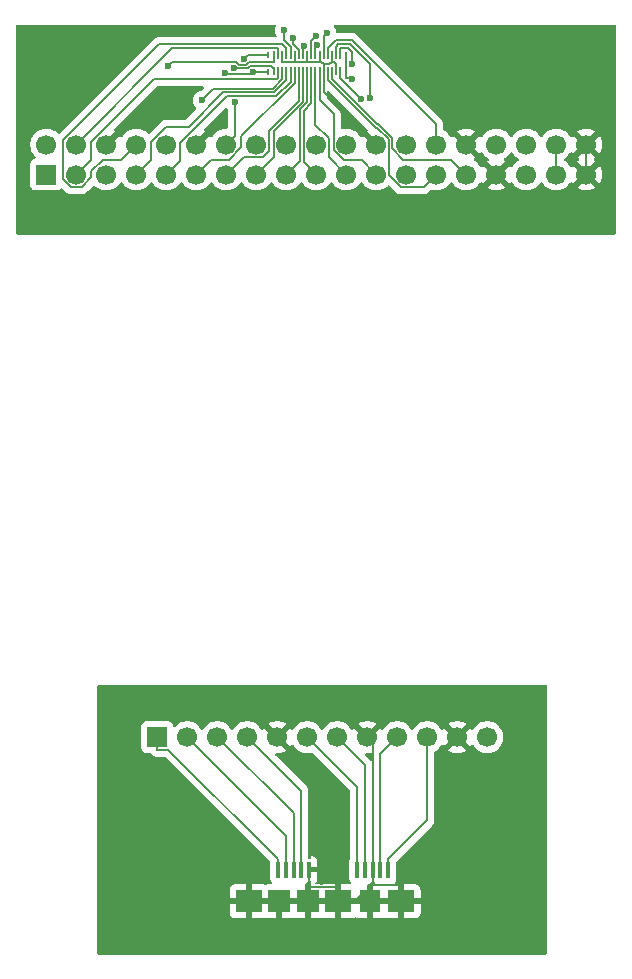
<source format=gbr>
%TF.GenerationSoftware,KiCad,Pcbnew,9.0.7*%
%TF.CreationDate,2026-01-29T21:22:27-07:00*%
%TF.ProjectId,Realsense Adapter,5265616c-7365-46e7-9365-204164617074,1.0-PROTO*%
%TF.SameCoordinates,Original*%
%TF.FileFunction,Copper,L1,Top*%
%TF.FilePolarity,Positive*%
%FSLAX46Y46*%
G04 Gerber Fmt 4.6, Leading zero omitted, Abs format (unit mm)*
G04 Created by KiCad (PCBNEW 9.0.7) date 2026-01-29 21:22:27*
%MOMM*%
%LPD*%
G01*
G04 APERTURE LIST*
%TA.AperFunction,SMDPad,CuDef*%
%ADD10R,0.220000X0.745000*%
%TD*%
%TA.AperFunction,SMDPad,CuDef*%
%ADD11R,0.200000X0.630000*%
%TD*%
%TA.AperFunction,ComponentPad*%
%ADD12R,1.700000X1.700000*%
%TD*%
%TA.AperFunction,ComponentPad*%
%ADD13C,1.700000*%
%TD*%
%TA.AperFunction,SMDPad,CuDef*%
%ADD14R,0.400000X1.350000*%
%TD*%
%TA.AperFunction,SMDPad,CuDef*%
%ADD15R,2.300000X1.900000*%
%TD*%
%TA.AperFunction,SMDPad,CuDef*%
%ADD16R,1.900000X1.900000*%
%TD*%
%TA.AperFunction,SMDPad,CuDef*%
%ADD17R,1.800000X1.900000*%
%TD*%
%TA.AperFunction,ViaPad*%
%ADD18C,0.600000*%
%TD*%
%TA.AperFunction,Conductor*%
%ADD19C,0.200000*%
%TD*%
G04 APERTURE END LIST*
D10*
%TO.P,U1,1,Reserved*%
%TO.N,/CONN_1_RESERVED*%
X141210000Y-67452500D03*
%TO.P,U1,2,USB3_RX+*%
%TO.N,/CONN_2_USB3_RX+*%
X141210000Y-66097500D03*
%TO.P,U1,3,Reserved*%
%TO.N,/CONN_3_RESERVED*%
X141560000Y-67452500D03*
%TO.P,U1,4,USB3_RX-*%
%TO.N,/CONN_4_USB3_RX-*%
X141560000Y-66097500D03*
%TO.P,U1,5,Reserved*%
%TO.N,/CONN_5_RESERVED*%
X141910000Y-67452500D03*
%TO.P,U1,6,Ground*%
%TO.N,/CONN_GND*%
X141910000Y-66097500D03*
%TO.P,U1,7,Reserved*%
%TO.N,/CONN_7_RESERVED*%
X142260000Y-67452500D03*
%TO.P,U1,8,USB3_TX+*%
%TO.N,/CONN_8_USB3_TX+*%
X142260000Y-66097500D03*
%TO.P,U1,9,Reserved*%
%TO.N,/CONN_9_RESERVED*%
X142610000Y-67452500D03*
%TO.P,U1,10,USB3_TX-*%
%TO.N,/CONN_10_USB3_TX-*%
X142610000Y-66097500D03*
%TO.P,U1,11,Reserved*%
%TO.N,/CONN_11_RESERVED*%
X142960000Y-67452500D03*
%TO.P,U1,12,Ground*%
%TO.N,/CONN_GND*%
X142960000Y-66097500D03*
%TO.P,U1,13,Reserved*%
%TO.N,/CONN_13_RESERVED*%
X143310000Y-67452500D03*
%TO.P,U1,14,USB2+*%
%TO.N,/CONN_14_USB2+*%
X143310000Y-66097500D03*
%TO.P,U1,15,Reserved*%
%TO.N,/CONN_15_RESERVED*%
X143660000Y-67452500D03*
%TO.P,U1,16,USB2-*%
%TO.N,/CONN_16_USB2-*%
X143660000Y-66097500D03*
%TO.P,U1,17,Reserved*%
%TO.N,/CONN_17_RESERVED*%
X144010000Y-67452500D03*
%TO.P,U1,18,Ground*%
%TO.N,/CONN_GND*%
X144010000Y-66097500D03*
%TO.P,U1,19,Reserved*%
%TO.N,/CONN_19_RESERVED*%
X144360000Y-67452500D03*
%TO.P,U1,20,Reserved*%
%TO.N,/CONN_20_RESERVED*%
X144360000Y-66097500D03*
%TO.P,U1,21,Reserved*%
%TO.N,/CONN_21_RESERVED*%
X144710000Y-67452500D03*
%TO.P,U1,22,Reserved*%
%TO.N,/CONN_22_RESERVED*%
X144710000Y-66097500D03*
%TO.P,U1,23,Reserved*%
%TO.N,/CONN_23_RESERVED*%
X145060000Y-67452500D03*
%TO.P,U1,24,Ground*%
%TO.N,/CONN_GND*%
X145060000Y-66097500D03*
%TO.P,U1,25,Ground*%
X145410000Y-67452500D03*
%TO.P,U1,26,Reserved*%
%TO.N,/CONN_26_RESERVED*%
X145410000Y-66097500D03*
%TO.P,U1,27,Reserved*%
%TO.N,/CONN_27_RESERVED*%
X145760000Y-67452500D03*
%TO.P,U1,28,Reserved*%
%TO.N,/CONN_28_RESERVED*%
X145760000Y-66097500D03*
%TO.P,U1,29,Reserved*%
%TO.N,/CONN_29_RESERVED*%
X146110000Y-67452500D03*
%TO.P,U1,30,Ground*%
%TO.N,/CONN_GND*%
X146110000Y-66097500D03*
%TO.P,U1,31,Ground*%
X146460000Y-67452500D03*
%TO.P,U1,32,Reserved*%
%TO.N,/CONN_32_RESERVED*%
X146460000Y-66097500D03*
%TO.P,U1,33,Reserved*%
%TO.N,/CONN_33_RESERVED*%
X146810000Y-67452500D03*
%TO.P,U1,34,Reserved*%
%TO.N,/CONN_34_RESERVED*%
X146810000Y-66097500D03*
D11*
%TO.P,U1,S1,Ground*%
%TO.N,/CONN_GND*%
X140700000Y-66040000D03*
%TO.P,U1,S2,VBUS_(Power)\u002C_VDD_5V*%
%TO.N,/CONN_VBUS*%
X147320000Y-66040000D03*
%TO.P,U1,S3,Ground*%
%TO.N,/CONN_GND*%
X140700000Y-67510000D03*
%TO.P,U1,S4,VBUS_(Power)\u002C_VDD_5V*%
%TO.N,/CONN_VBUS*%
X147320000Y-67510000D03*
%TD*%
D12*
%TO.P,J2,1,Pin_1*%
%TO.N,/CONN_1_RESERVED*%
X121920000Y-76200000D03*
D13*
%TO.P,J2,2,Pin_2*%
%TO.N,/CONN_2_USB3_RX+*%
X121920000Y-73660000D03*
%TO.P,J2,3,Pin_3*%
%TO.N,/CONN_3_RESERVED*%
X124460000Y-76200000D03*
%TO.P,J2,4,Pin_4*%
%TO.N,/CONN_4_USB3_RX-*%
X124460000Y-73660000D03*
%TO.P,J2,5,Pin_5*%
%TO.N,/CONN_5_RESERVED*%
X127000000Y-76200000D03*
%TO.P,J2,6,Pin_6*%
%TO.N,/CONN_GND*%
X127000000Y-73660000D03*
%TO.P,J2,7,Pin_7*%
%TO.N,/CONN_7_RESERVED*%
X129540000Y-76200000D03*
%TO.P,J2,8,Pin_8*%
%TO.N,/CONN_8_USB3_TX+*%
X129540000Y-73660000D03*
%TO.P,J2,9,Pin_9*%
%TO.N,/CONN_9_RESERVED*%
X132080000Y-76200000D03*
%TO.P,J2,10,Pin_10*%
%TO.N,/CONN_10_USB3_TX-*%
X132080000Y-73660000D03*
%TO.P,J2,11,Pin_11*%
%TO.N,/CONN_11_RESERVED*%
X134620000Y-76200000D03*
%TO.P,J2,12,Pin_12*%
%TO.N,/CONN_GND*%
X134620000Y-73660000D03*
%TO.P,J2,13,Pin_13*%
%TO.N,/CONN_13_RESERVED*%
X137160000Y-76200000D03*
%TO.P,J2,14,Pin_14*%
%TO.N,/CONN_14_USB2+*%
X137160000Y-73660000D03*
%TO.P,J2,15,Pin_15*%
%TO.N,/CONN_15_RESERVED*%
X139700000Y-76200000D03*
%TO.P,J2,16,Pin_16*%
%TO.N,/CONN_16_USB2-*%
X139700000Y-73660000D03*
%TO.P,J2,17,Pin_17*%
%TO.N,/CONN_17_RESERVED*%
X142240000Y-76200000D03*
%TO.P,J2,18,Pin_18*%
%TO.N,/CONN_GND*%
X142240000Y-73660000D03*
%TO.P,J2,19,Pin_19*%
%TO.N,/CONN_19_RESERVED*%
X144780000Y-76200000D03*
%TO.P,J2,20,Pin_20*%
%TO.N,/CONN_20_RESERVED*%
X144780000Y-73660000D03*
%TO.P,J2,21,Pin_21*%
%TO.N,/CONN_21_RESERVED*%
X147320000Y-76200000D03*
%TO.P,J2,22,Pin_22*%
%TO.N,/CONN_22_RESERVED*%
X147320000Y-73660000D03*
%TO.P,J2,23,Pin_23*%
%TO.N,/CONN_23_RESERVED*%
X149860000Y-76200000D03*
%TO.P,J2,24,Pin_24*%
%TO.N,/CONN_GND*%
X149860000Y-73660000D03*
%TO.P,J2,25,Pin_25*%
X152400000Y-76200000D03*
%TO.P,J2,26,Pin_26*%
%TO.N,/CONN_26_RESERVED*%
X152400000Y-73660000D03*
%TO.P,J2,27,Pin_27*%
%TO.N,/CONN_27_RESERVED*%
X154940000Y-76200000D03*
%TO.P,J2,28,Pin_28*%
%TO.N,/CONN_28_RESERVED*%
X154940000Y-73660000D03*
%TO.P,J2,29,Pin_29*%
%TO.N,/CONN_29_RESERVED*%
X157480000Y-76200000D03*
%TO.P,J2,30,Pin_30*%
%TO.N,/CONN_GND*%
X157480000Y-73660000D03*
%TO.P,J2,31,Pin_31*%
X160020000Y-76200000D03*
%TO.P,J2,32,Pin_32*%
%TO.N,/CONN_32_RESERVED*%
X160020000Y-73660000D03*
%TO.P,J2,33,Pin_33*%
%TO.N,/CONN_33_RESERVED*%
X162560000Y-76200000D03*
%TO.P,J2,34,Pin_34*%
%TO.N,/CONN_34_RESERVED*%
X162560000Y-73660000D03*
%TO.P,J2,35,Pin_35*%
%TO.N,/CONN_VBUS*%
X165100000Y-76200000D03*
%TO.P,J2,36,Pin_36*%
X165100000Y-73660000D03*
%TO.P,J2,37,Pin_37*%
%TO.N,/CONN_GND*%
X167640000Y-76200000D03*
%TO.P,J2,38,Pin_38*%
X167640000Y-73660000D03*
%TD*%
D12*
%TO.P,J3,1,Pin_1*%
%TO.N,/USB_VBUS*%
X131320000Y-123835900D03*
D13*
%TO.P,J3,2,Pin_2*%
%TO.N,/USB_D-*%
X133860000Y-123835900D03*
%TO.P,J3,3,Pin_3*%
%TO.N,/USB_D+*%
X136400000Y-123835900D03*
%TO.P,J3,4,Pin_4*%
%TO.N,/USB_ID*%
X138940000Y-123835900D03*
%TO.P,J3,5,Pin_5*%
%TO.N,/USB_DRAIN*%
X141480000Y-123835900D03*
%TO.P,J3,6,Pin_6*%
%TO.N,/USB_SSTX-*%
X144020000Y-123835900D03*
%TO.P,J3,7,Pin_7*%
%TO.N,/USB_SSTX+*%
X146560000Y-123835900D03*
%TO.P,J3,8,Pin_8*%
%TO.N,/USB_DRAIN*%
X149100000Y-123835900D03*
%TO.P,J3,9,Pin_9*%
%TO.N,/USB_SSRX-*%
X151640000Y-123835900D03*
%TO.P,J3,10,Pin_10*%
%TO.N,/USB_SSRX+*%
X154180000Y-123835900D03*
%TO.P,J3,11,Pin_11*%
%TO.N,/USB_DRAIN*%
X156720000Y-123835900D03*
%TO.P,J3,12,Pin_12*%
%TO.N,unconnected-(J3-Pin_12-Pad12)*%
X159260000Y-123835900D03*
%TD*%
D14*
%TO.P,J1,1,VBUS*%
%TO.N,/USB_VBUS*%
X141560000Y-135060900D03*
%TO.P,J1,2,D-*%
%TO.N,/USB_D-*%
X142210000Y-135060900D03*
%TO.P,J1,3,D+*%
%TO.N,/USB_D+*%
X142860000Y-135060900D03*
%TO.P,J1,4,ID*%
%TO.N,/USB_ID*%
X143510000Y-135060900D03*
%TO.P,J1,5,GND*%
%TO.N,/USB_DRAIN*%
X144160000Y-135060900D03*
%TO.P,J1,6,SSTX-*%
%TO.N,/USB_SSTX-*%
X148260000Y-135060900D03*
%TO.P,J1,7,SSTX+*%
%TO.N,/USB_SSTX+*%
X148910000Y-135060900D03*
%TO.P,J1,8,DRAIN*%
%TO.N,/USB_DRAIN*%
X149560000Y-135060900D03*
%TO.P,J1,9,SSRX-*%
%TO.N,/USB_SSRX-*%
X150210000Y-135060900D03*
%TO.P,J1,10,SSRX+*%
%TO.N,/USB_SSRX+*%
X150860000Y-135060900D03*
D15*
%TO.P,J1,11,SHIELD*%
%TO.N,/USB_DRAIN*%
X139110000Y-137735900D03*
D16*
X141660000Y-137735900D03*
X144060000Y-137735900D03*
D15*
X146610000Y-137735900D03*
D17*
X149360000Y-137735900D03*
D15*
X151960000Y-137735900D03*
%TD*%
D18*
%TO.N,/CONN_1_RESERVED*%
X137794700Y-67165100D03*
%TO.N,/CONN_GND*%
X139447500Y-67511900D03*
X137046400Y-67608300D03*
X138643500Y-66398400D03*
%TO.N,/CONN_22_RESERVED*%
X144885100Y-65196900D03*
%TO.N,/CONN_33_RESERVED*%
X148568000Y-69829600D03*
%TO.N,/CONN_20_RESERVED*%
X144780200Y-64466600D03*
%TO.N,/CONN_VBUS*%
X147847400Y-68140700D03*
%TO.N,/CONN_32_RESERVED*%
X149352000Y-69758900D03*
%TO.N,/CONN_14_USB2+*%
X137870500Y-70052600D03*
X142815200Y-64600600D03*
%TO.N,/CONN_5_RESERVED*%
X135110300Y-69899800D03*
%TO.N,/CONN_26_RESERVED*%
X145668100Y-64197900D03*
%TO.N,/CONN_16_USB2-*%
X143744300Y-65281500D03*
%TO.N,/CONN_2_USB3_RX+*%
X132227600Y-67024000D03*
%TO.N,/CONN_34_RESERVED*%
X147810200Y-66840700D03*
%TO.N,/CONN_10_USB3_TX-*%
X142084800Y-63971200D03*
%TD*%
D19*
%TO.N,/USB_SSTX+*%
X148910000Y-126185900D02*
X146560000Y-123835900D01*
X148910000Y-135060900D02*
X148910000Y-126185900D01*
%TO.N,/USB_D+*%
X142860000Y-135060900D02*
X142860000Y-130295900D01*
X142860000Y-130295900D02*
X136400000Y-123835900D01*
%TO.N,/CONN_28_RESERVED*%
X147805600Y-64821300D02*
X146462000Y-64821300D01*
X154940000Y-73660000D02*
X154940000Y-71955700D01*
X154940000Y-71955700D02*
X147805600Y-64821300D01*
X145760000Y-66097500D02*
X145760000Y-65523300D01*
X146462000Y-64821300D02*
X145760000Y-65523300D01*
%TO.N,/USB_D-*%
X142210000Y-135060900D02*
X142210000Y-132185900D01*
X142210000Y-132185900D02*
X133860000Y-123835900D01*
%TO.N,/USB_SSRX-*%
X150210000Y-135060900D02*
X150210000Y-125265900D01*
X150210000Y-125265900D02*
X151640000Y-123835900D01*
%TO.N,/USB_SSRX+*%
X150860000Y-134184200D02*
X154180000Y-130864200D01*
X154180000Y-130864200D02*
X154180000Y-123835900D01*
X150860000Y-135060900D02*
X150860000Y-134184200D01*
%TO.N,/USB_VBUS*%
X141560000Y-135060900D02*
X141560000Y-134184200D01*
X131320000Y-123835900D02*
X131320000Y-124887600D01*
X141560000Y-134184200D02*
X132263400Y-124887600D01*
X132263400Y-124887600D02*
X131320000Y-124887600D01*
%TO.N,/USB_SSTX-*%
X148260000Y-128075900D02*
X148260000Y-135060900D01*
X144020000Y-123835900D02*
X148260000Y-128075900D01*
%TO.N,/USB_ID*%
X143510000Y-128405900D02*
X138940000Y-123835900D01*
X143510000Y-135060900D02*
X143510000Y-128405900D01*
%TO.N,/USB_DRAIN*%
X139110000Y-137735900D02*
X141660000Y-137735900D01*
X148537600Y-137160000D02*
X147961700Y-137735900D01*
X144160000Y-136484200D02*
X144060000Y-136584200D01*
X146610000Y-137735900D02*
X146610000Y-136584200D01*
X149560000Y-136384200D02*
X149360000Y-136584200D01*
X144060000Y-137735900D02*
X144060000Y-136584200D01*
X141660000Y-137735900D02*
X144060000Y-137735900D01*
X149360000Y-137160000D02*
X149360000Y-136584200D01*
X149360000Y-137160000D02*
X148537600Y-137160000D01*
X149560000Y-124295900D02*
X149560000Y-135060900D01*
X149560000Y-136384200D02*
X151760000Y-136384200D01*
X146610000Y-137735900D02*
X147961700Y-137735900D01*
X149100000Y-123835900D02*
X149560000Y-124295900D01*
X146510000Y-136484200D02*
X146610000Y-136584200D01*
X149560000Y-135060900D02*
X149560000Y-136384200D01*
X144160000Y-136484200D02*
X146510000Y-136484200D01*
X149360000Y-137735900D02*
X149360000Y-137160000D01*
X151760000Y-136384200D02*
X151960000Y-136584200D01*
X144160000Y-135060900D02*
X144160000Y-136484200D01*
X151960000Y-137735900D02*
X151960000Y-136584200D01*
%TO.N,/CONN_9_RESERVED*%
X141387500Y-69550900D02*
X137215500Y-69550900D01*
X142610000Y-67452500D02*
X142610000Y-68026700D01*
X142610000Y-68026700D02*
X142610000Y-68328400D01*
X133243800Y-75036200D02*
X132080000Y-76200000D01*
X133243800Y-73522600D02*
X133243800Y-75036200D01*
X142610000Y-68328400D02*
X141387500Y-69550900D01*
X137215500Y-69550900D02*
X133243800Y-73522600D01*
%TO.N,/CONN_1_RESERVED*%
X140912100Y-66993300D02*
X141210000Y-67291200D01*
X137794700Y-67165100D02*
X137831400Y-67201800D01*
X137794700Y-67163500D02*
X137794700Y-67165100D01*
X138976200Y-67201800D02*
X139184700Y-66993300D01*
X139184700Y-66993300D02*
X140912100Y-66993300D01*
X137794700Y-67165100D02*
X137794700Y-67163500D01*
X141210000Y-67291200D02*
X141210000Y-67452500D01*
X137831400Y-67201800D02*
X138976200Y-67201800D01*
%TO.N,/CONN_29_RESERVED*%
X150047800Y-71933900D02*
X151213400Y-73099500D01*
X151213400Y-73099500D02*
X151213400Y-73997500D01*
X146110000Y-67452500D02*
X146110000Y-68087700D01*
X149956200Y-71933900D02*
X150047800Y-71933900D01*
X152145900Y-74930000D02*
X156210000Y-74930000D01*
X151213400Y-73997500D02*
X152145900Y-74930000D01*
X146110000Y-68087700D02*
X149956200Y-71933900D01*
X156210000Y-74930000D02*
X157480000Y-76200000D01*
%TO.N,/CONN_GND*%
X145060000Y-66670200D02*
X145058500Y-66671700D01*
X142960000Y-66670200D02*
X142960000Y-66671700D01*
X137134000Y-67695900D02*
X139263500Y-67695900D01*
X139001900Y-66040000D02*
X138643500Y-66398400D01*
X144010000Y-66670200D02*
X144010000Y-66671700D01*
X138643500Y-66398400D02*
X139001900Y-66040000D01*
X146253400Y-66671700D02*
X146110000Y-66671700D01*
X145410000Y-66878300D02*
X145203400Y-66671700D01*
X145410000Y-67452500D02*
X145410000Y-66878300D01*
X146110000Y-66670200D02*
X146110000Y-66671700D01*
X141910000Y-66671700D02*
X142958500Y-66671700D01*
X145060000Y-66097500D02*
X145060000Y-66670000D01*
X141910000Y-66097500D02*
X141910000Y-66671700D01*
X144011500Y-66671700D02*
X144010000Y-66670200D01*
X167640000Y-76200000D02*
X167640000Y-73660000D01*
X142958500Y-66671700D02*
X142960000Y-66670200D01*
X145060000Y-66670000D02*
X145060000Y-66670200D01*
X137046400Y-67608300D02*
X137134000Y-67695900D01*
X145058500Y-66671700D02*
X144011500Y-66671700D01*
X146110000Y-66670000D02*
X146110000Y-66670200D01*
X146460000Y-66878300D02*
X146253400Y-66671700D01*
X139263500Y-67695900D02*
X139447500Y-67511900D01*
X142960000Y-66097500D02*
X142960000Y-66670200D01*
X144010000Y-66097500D02*
X144010000Y-66670200D01*
X145901900Y-66878300D02*
X145410000Y-66878300D01*
X146110000Y-66670200D02*
X145901900Y-66878300D01*
X146460000Y-67452500D02*
X146460000Y-66878300D01*
X140700000Y-66040000D02*
X139001900Y-66040000D01*
X146110000Y-66097500D02*
X146110000Y-66670000D01*
X145410000Y-69210000D02*
X145410000Y-67452500D01*
X145203400Y-66671700D02*
X145060000Y-66671700D01*
X145060000Y-66670200D02*
X145060000Y-66671700D01*
X139449400Y-67510000D02*
X139447500Y-67511900D01*
X142960000Y-66671700D02*
X144010000Y-66671700D01*
X140700000Y-67510000D02*
X139449400Y-67510000D01*
X139001900Y-66040000D02*
X138643500Y-66398400D01*
X149860000Y-73660000D02*
X145410000Y-69210000D01*
%TO.N,/CONN_11_RESERVED*%
X135890000Y-74930000D02*
X134620000Y-76200000D01*
X142960000Y-68435600D02*
X138430100Y-72965500D01*
X138430100Y-72965500D02*
X138430100Y-73892600D01*
X138430100Y-73892600D02*
X137392700Y-74930000D01*
X137392700Y-74930000D02*
X135890000Y-74930000D01*
X142960000Y-67452500D02*
X142960000Y-68435600D01*
%TO.N,/CONN_22_RESERVED*%
X144710000Y-65372000D02*
X144710000Y-66097500D01*
X144885100Y-65196900D02*
X144710000Y-65372000D01*
%TO.N,/CONN_8_USB3_TX+*%
X125730000Y-76450600D02*
X124928900Y-77251700D01*
X142260000Y-66097500D02*
X142260000Y-65523300D01*
X128270000Y-74930000D02*
X126732600Y-74930000D01*
X141917000Y-65180300D02*
X142260000Y-65523300D01*
X124014900Y-77251700D02*
X123375800Y-76612600D01*
X125730000Y-75932600D02*
X125730000Y-76450600D01*
X131452500Y-65180300D02*
X141917000Y-65180300D01*
X123375800Y-76612600D02*
X123375800Y-73257000D01*
X123375800Y-73257000D02*
X131452500Y-65180300D01*
X129540000Y-73660000D02*
X128270000Y-74930000D01*
X124928900Y-77251700D02*
X124014900Y-77251700D01*
X126732600Y-74930000D02*
X125730000Y-75932600D01*
%TO.N,/CONN_23_RESERVED*%
X146261700Y-71099000D02*
X145060000Y-69897300D01*
X146261700Y-74116400D02*
X146261700Y-71099000D01*
X145060000Y-69897300D02*
X145060000Y-67452500D01*
X147157200Y-75011900D02*
X146261700Y-74116400D01*
X149860000Y-76200000D02*
X148671900Y-75011900D01*
X148671900Y-75011900D02*
X147157200Y-75011900D01*
%TO.N,/CONN_33_RESERVED*%
X146810000Y-68071600D02*
X148568000Y-69829600D01*
X146810000Y-67452500D02*
X146810000Y-68071600D01*
%TO.N,/CONN_19_RESERVED*%
X144360000Y-70175800D02*
X144360000Y-67452500D01*
X143724500Y-70811300D02*
X144360000Y-70175800D01*
X144780000Y-76200000D02*
X143724500Y-75144500D01*
X143724500Y-75144500D02*
X143724500Y-70811300D01*
%TO.N,/CONN_20_RESERVED*%
X144780200Y-64466600D02*
X144360000Y-64886800D01*
X144360000Y-64886800D02*
X144360000Y-66097500D01*
%TO.N,/CONN_VBUS*%
X147733400Y-68026700D02*
X147320000Y-68026700D01*
X147308500Y-67498500D02*
X147320000Y-67510000D01*
X165100000Y-73660000D02*
X165100000Y-76200000D01*
X147308500Y-66568200D02*
X147308500Y-67498500D01*
X147847400Y-68140700D02*
X147733400Y-68026700D01*
X147320000Y-66040000D02*
X147320000Y-66556700D01*
X147320000Y-66556700D02*
X147308500Y-66568200D01*
X147320000Y-67510000D02*
X147320000Y-68026700D01*
%TO.N,/CONN_27_RESERVED*%
X145760000Y-67452500D02*
X145760000Y-68026700D01*
X150911700Y-76218800D02*
X151957500Y-77264600D01*
X145760000Y-68026700D02*
X145760100Y-68026700D01*
X145760100Y-68026700D02*
X145760100Y-68164700D01*
X150911700Y-73224400D02*
X150911700Y-76218800D01*
X149831000Y-72235600D02*
X149922900Y-72235600D01*
X153875400Y-77264600D02*
X154940000Y-76200000D01*
X145760100Y-68164700D02*
X149831000Y-72235600D01*
X149922900Y-72235600D02*
X150911700Y-73224400D01*
X151957500Y-77264600D02*
X153875400Y-77264600D01*
%TO.N,/CONN_32_RESERVED*%
X149352000Y-69758900D02*
X149352000Y-66866400D01*
X146460000Y-65385400D02*
X146460000Y-66097500D01*
X149352000Y-66866400D02*
X147670700Y-65185100D01*
X146660300Y-65185100D02*
X146460000Y-65385400D01*
X147670700Y-65185100D02*
X146660300Y-65185100D01*
%TO.N,/CONN_15_RESERVED*%
X141165500Y-74734500D02*
X141165500Y-72517100D01*
X143660000Y-70022600D02*
X143660000Y-67452500D01*
X139700000Y-76200000D02*
X141165500Y-74734500D01*
X141165500Y-72517100D02*
X143660000Y-70022600D01*
%TO.N,/CONN_14_USB2+*%
X142815300Y-65156500D02*
X142815300Y-64600600D01*
X143310000Y-65651200D02*
X142815300Y-65156500D01*
X142815300Y-64600600D02*
X142815200Y-64600600D01*
X137160000Y-73660000D02*
X137870500Y-72949500D01*
X142815300Y-64600600D02*
X142815200Y-64600600D01*
X142815200Y-64600600D02*
X142815300Y-64600600D01*
X143310000Y-66097500D02*
X143310000Y-65651200D01*
X137870500Y-72949500D02*
X137870500Y-70052600D01*
%TO.N,/CONN_17_RESERVED*%
X142240000Y-76200000D02*
X143422800Y-75017200D01*
X144010000Y-70099200D02*
X144010000Y-67452500D01*
X143422800Y-70686400D02*
X144010000Y-70099200D01*
X143422800Y-75017200D02*
X143422800Y-70686400D01*
%TO.N,/CONN_21_RESERVED*%
X144710000Y-71988600D02*
X144710000Y-67452500D01*
X147320000Y-76200000D02*
X145854100Y-74734100D01*
X145854100Y-74734100D02*
X145854100Y-73132700D01*
X145854100Y-73132700D02*
X144710000Y-71988600D01*
%TO.N,/CONN_5_RESERVED*%
X141108100Y-68947500D02*
X136062600Y-68947500D01*
X136062600Y-68947500D02*
X135110300Y-69899800D01*
X141910000Y-68145600D02*
X141108100Y-68947500D01*
X141910000Y-67452500D02*
X141910000Y-68145600D01*
%TO.N,/CONN_26_RESERVED*%
X145668100Y-64197900D02*
X145410000Y-64456000D01*
X145410000Y-64456000D02*
X145410000Y-66097500D01*
%TO.N,/CONN_7_RESERVED*%
X142260000Y-68225800D02*
X141236600Y-69249200D01*
X130810100Y-74929900D02*
X129540000Y-76200000D01*
X132077500Y-72156200D02*
X130810100Y-73423600D01*
X136904700Y-69249200D02*
X133997700Y-72156200D01*
X141236600Y-69249200D02*
X136904700Y-69249200D01*
X133997700Y-72156200D02*
X132077500Y-72156200D01*
X130810100Y-73423600D02*
X130810100Y-74929900D01*
X142260000Y-67452500D02*
X142260000Y-68225800D01*
%TO.N,/CONN_16_USB2-*%
X143660000Y-65365800D02*
X143744300Y-65281500D01*
X143660000Y-66097500D02*
X143660000Y-65523300D01*
X143660000Y-65523300D02*
X143660000Y-65365800D01*
%TO.N,/CONN_13_RESERVED*%
X137160000Y-76200000D02*
X138648300Y-74711700D01*
X138648300Y-74711700D02*
X140233100Y-74711700D01*
X140775900Y-74168900D02*
X140775900Y-72480100D01*
X143310000Y-69946000D02*
X143310000Y-67452500D01*
X140775900Y-72480100D02*
X143310000Y-69946000D01*
X140233100Y-74711700D02*
X140775900Y-74168900D01*
%TO.N,/CONN_3_RESERVED*%
X141476700Y-68110000D02*
X141560000Y-68026700D01*
X125730100Y-73422400D02*
X131042500Y-68110000D01*
X131042500Y-68110000D02*
X141476700Y-68110000D01*
X124460000Y-76200000D02*
X125730100Y-74929900D01*
X125730100Y-74929900D02*
X125730100Y-73422400D01*
X141560000Y-67452500D02*
X141560000Y-68026700D01*
%TO.N,/CONN_4_USB3_RX-*%
X132596700Y-65523300D02*
X141560000Y-65523300D01*
X141560000Y-66097500D02*
X141560000Y-65523300D01*
X124460000Y-73660000D02*
X132596700Y-65523300D01*
%TO.N,/CONN_2_USB3_RX+*%
X132589800Y-66661800D02*
X132227600Y-67024000D01*
X138240800Y-66900100D02*
X138002500Y-66661800D01*
X139079700Y-66671700D02*
X138851300Y-66900100D01*
X138002500Y-66661800D02*
X132589800Y-66661800D01*
X141210000Y-66671700D02*
X139079700Y-66671700D01*
X138851300Y-66900100D02*
X138240800Y-66900100D01*
X141210000Y-66097500D02*
X141210000Y-66671700D01*
%TO.N,/CONN_34_RESERVED*%
X147810200Y-66840700D02*
X147810200Y-65824500D01*
X146810000Y-66097500D02*
X146810000Y-65523300D01*
X147810200Y-65824500D02*
X147509000Y-65523300D01*
X147509000Y-65523300D02*
X146810000Y-65523300D01*
%TO.N,/CONN_10_USB3_TX-*%
X142084800Y-63971200D02*
X142084800Y-63971300D01*
X142084800Y-64852600D02*
X142610000Y-65377800D01*
X142084800Y-63971200D02*
X142084800Y-64852600D01*
X142084800Y-63971300D02*
X142084800Y-63971200D01*
X142610000Y-65377800D02*
X142610000Y-66097500D01*
%TD*%
%TA.AperFunction,Conductor*%
%TO.N,/USB_DRAIN*%
G36*
X149576854Y-125176653D02*
G01*
X149607683Y-125239353D01*
X149609499Y-125260499D01*
X149609499Y-125354946D01*
X149609500Y-125354959D01*
X149609500Y-125737272D01*
X149589815Y-125804311D01*
X149537011Y-125850066D01*
X149467853Y-125860010D01*
X149404297Y-125830985D01*
X149396493Y-125822703D01*
X149396266Y-125822931D01*
X149390521Y-125817186D01*
X149390520Y-125817184D01*
X149278716Y-125705380D01*
X149278715Y-125705379D01*
X149274385Y-125701049D01*
X149274374Y-125701039D01*
X148970916Y-125397581D01*
X148937431Y-125336258D01*
X148942415Y-125266566D01*
X148984287Y-125210633D01*
X149049751Y-125186216D01*
X149058597Y-125185900D01*
X149206246Y-125185900D01*
X149416126Y-125152658D01*
X149447180Y-125142568D01*
X149517021Y-125140573D01*
X149576854Y-125176653D01*
G37*
%TD.AperFunction*%
%TA.AperFunction,Conductor*%
G36*
X164283039Y-119399685D02*
G01*
X164328794Y-119452489D01*
X164340000Y-119504000D01*
X164340000Y-142116000D01*
X164320315Y-142183039D01*
X164267511Y-142228794D01*
X164216000Y-142240000D01*
X126364000Y-142240000D01*
X126296961Y-142220315D01*
X126251206Y-142167511D01*
X126240000Y-142116000D01*
X126240000Y-138733744D01*
X137460000Y-138733744D01*
X137466401Y-138793272D01*
X137466403Y-138793279D01*
X137516645Y-138927986D01*
X137516649Y-138927993D01*
X137602809Y-139043087D01*
X137602812Y-139043090D01*
X137717906Y-139129250D01*
X137717913Y-139129254D01*
X137852620Y-139179496D01*
X137852627Y-139179498D01*
X137912155Y-139185899D01*
X137912172Y-139185900D01*
X138860000Y-139185900D01*
X139360000Y-139185900D01*
X140307828Y-139185900D01*
X140307844Y-139185899D01*
X140367371Y-139179498D01*
X140441666Y-139151788D01*
X140511358Y-139146804D01*
X140528334Y-139151788D01*
X140602628Y-139179498D01*
X140602627Y-139179498D01*
X140662155Y-139185899D01*
X140662172Y-139185900D01*
X141410000Y-139185900D01*
X141910000Y-139185900D01*
X142657828Y-139185900D01*
X142657844Y-139185899D01*
X142717372Y-139179498D01*
X142717376Y-139179497D01*
X142816666Y-139142464D01*
X142886358Y-139137480D01*
X142903334Y-139142464D01*
X143002623Y-139179497D01*
X143002627Y-139179498D01*
X143062155Y-139185899D01*
X143062172Y-139185900D01*
X143810000Y-139185900D01*
X144310000Y-139185900D01*
X145057828Y-139185900D01*
X145057844Y-139185899D01*
X145117371Y-139179498D01*
X145191666Y-139151788D01*
X145261358Y-139146804D01*
X145278334Y-139151788D01*
X145352628Y-139179498D01*
X145352627Y-139179498D01*
X145412155Y-139185899D01*
X145412172Y-139185900D01*
X146360000Y-139185900D01*
X146860000Y-139185900D01*
X147807828Y-139185900D01*
X147807844Y-139185899D01*
X147867372Y-139179498D01*
X147867376Y-139179497D01*
X148002090Y-139129251D01*
X148035688Y-139104100D01*
X148101152Y-139079682D01*
X148169425Y-139094533D01*
X148184312Y-139104100D01*
X148217909Y-139129251D01*
X148352623Y-139179497D01*
X148352627Y-139179498D01*
X148412155Y-139185899D01*
X148412172Y-139185900D01*
X149110000Y-139185900D01*
X149610000Y-139185900D01*
X150307828Y-139185900D01*
X150307844Y-139185899D01*
X150367372Y-139179498D01*
X150367383Y-139179495D01*
X150491666Y-139133140D01*
X150561357Y-139128155D01*
X150578334Y-139133140D01*
X150702616Y-139179495D01*
X150702627Y-139179498D01*
X150762155Y-139185899D01*
X150762172Y-139185900D01*
X151710000Y-139185900D01*
X152210000Y-139185900D01*
X153157828Y-139185900D01*
X153157844Y-139185899D01*
X153217372Y-139179498D01*
X153217379Y-139179496D01*
X153352086Y-139129254D01*
X153352093Y-139129250D01*
X153467187Y-139043090D01*
X153467190Y-139043087D01*
X153553350Y-138927993D01*
X153553354Y-138927986D01*
X153603596Y-138793279D01*
X153603598Y-138793272D01*
X153609999Y-138733744D01*
X153610000Y-138733727D01*
X153610000Y-137985900D01*
X152210000Y-137985900D01*
X152210000Y-139185900D01*
X151710000Y-139185900D01*
X151710000Y-137985900D01*
X149610000Y-137985900D01*
X149610000Y-139185900D01*
X149110000Y-139185900D01*
X149110000Y-137985900D01*
X146860000Y-137985900D01*
X146860000Y-139185900D01*
X146360000Y-139185900D01*
X146360000Y-137985900D01*
X144310000Y-137985900D01*
X144310000Y-139185900D01*
X143810000Y-139185900D01*
X143810000Y-137985900D01*
X141910000Y-137985900D01*
X141910000Y-139185900D01*
X141410000Y-139185900D01*
X141410000Y-137985900D01*
X139360000Y-137985900D01*
X139360000Y-139185900D01*
X138860000Y-139185900D01*
X138860000Y-137985900D01*
X137460000Y-137985900D01*
X137460000Y-138733744D01*
X126240000Y-138733744D01*
X126240000Y-136738055D01*
X137460000Y-136738055D01*
X137460000Y-137485900D01*
X138860000Y-137485900D01*
X138860000Y-136285900D01*
X137912155Y-136285900D01*
X137852627Y-136292301D01*
X137852620Y-136292303D01*
X137717913Y-136342545D01*
X137717906Y-136342549D01*
X137602812Y-136428709D01*
X137602809Y-136428712D01*
X137516649Y-136543806D01*
X137516645Y-136543813D01*
X137466403Y-136678520D01*
X137466401Y-136678527D01*
X137460000Y-136738055D01*
X126240000Y-136738055D01*
X126240000Y-122938035D01*
X129969500Y-122938035D01*
X129969500Y-124733770D01*
X129969501Y-124733776D01*
X129975908Y-124793383D01*
X130026202Y-124928228D01*
X130026206Y-124928235D01*
X130112452Y-125043444D01*
X130112455Y-125043447D01*
X130227664Y-125129693D01*
X130227671Y-125129697D01*
X130272618Y-125146461D01*
X130362517Y-125179991D01*
X130422127Y-125186400D01*
X130727521Y-125186399D01*
X130794560Y-125206083D01*
X130834906Y-125248395D01*
X130839477Y-125256312D01*
X130839479Y-125256315D01*
X130839480Y-125256316D01*
X130951284Y-125368120D01*
X130951286Y-125368121D01*
X130951290Y-125368124D01*
X131002312Y-125397581D01*
X131088216Y-125447177D01*
X131240943Y-125488100D01*
X131963303Y-125488100D01*
X132030342Y-125507785D01*
X132050984Y-125524419D01*
X140823181Y-134296617D01*
X140856666Y-134357940D01*
X140859500Y-134384298D01*
X140859500Y-135783770D01*
X140859501Y-135783776D01*
X140865908Y-135843383D01*
X140916202Y-135978228D01*
X140916206Y-135978235D01*
X140998069Y-136087589D01*
X141022487Y-136153053D01*
X141007636Y-136221326D01*
X140958231Y-136270732D01*
X140898803Y-136285900D01*
X140662155Y-136285900D01*
X140602627Y-136292301D01*
X140602617Y-136292303D01*
X140528332Y-136320010D01*
X140458641Y-136324994D01*
X140441668Y-136320010D01*
X140367382Y-136292303D01*
X140367372Y-136292301D01*
X140307844Y-136285900D01*
X139360000Y-136285900D01*
X139360000Y-137485900D01*
X143810000Y-137485900D01*
X143810000Y-136318877D01*
X143829685Y-136251838D01*
X143882489Y-136206083D01*
X143890668Y-136202695D01*
X143952326Y-136179698D01*
X143952326Y-136179697D01*
X143952331Y-136179696D01*
X144067546Y-136093446D01*
X144136735Y-136001021D01*
X144161306Y-135982627D01*
X144184489Y-135962540D01*
X144189009Y-135961890D01*
X144192667Y-135959152D01*
X144223275Y-135956963D01*
X144253647Y-135952596D01*
X144257802Y-135954493D01*
X144262359Y-135954168D01*
X144289291Y-135968874D01*
X144317203Y-135981621D01*
X144319672Y-135985463D01*
X144323682Y-135987653D01*
X144338386Y-136014583D01*
X144354977Y-136040399D01*
X144355868Y-136046601D01*
X144357166Y-136048977D01*
X144360000Y-136075334D01*
X144360000Y-136264538D01*
X144340315Y-136331577D01*
X144323681Y-136352219D01*
X144310000Y-136365900D01*
X144310000Y-137485900D01*
X146360000Y-137485900D01*
X146360000Y-136285900D01*
X145412155Y-136285900D01*
X145352627Y-136292301D01*
X145352617Y-136292303D01*
X145278332Y-136320010D01*
X145208641Y-136324994D01*
X145191668Y-136320010D01*
X145117382Y-136292303D01*
X145117372Y-136292301D01*
X145057844Y-136285900D01*
X144820573Y-136285900D01*
X144753534Y-136266215D01*
X144707779Y-136213411D01*
X144697835Y-136144253D01*
X144721306Y-136087589D01*
X144803353Y-135977988D01*
X144803354Y-135977986D01*
X144853596Y-135843279D01*
X144853598Y-135843272D01*
X144859999Y-135783744D01*
X144860000Y-135783727D01*
X144860000Y-135260900D01*
X144334500Y-135260900D01*
X144325814Y-135258349D01*
X144316854Y-135259638D01*
X144292815Y-135248659D01*
X144267461Y-135241215D01*
X144261533Y-135234373D01*
X144253298Y-135230613D01*
X144239009Y-135208379D01*
X144221706Y-135188411D01*
X144219418Y-135177897D01*
X144215523Y-135171836D01*
X144210500Y-135136901D01*
X144210499Y-134984901D01*
X144230183Y-134917861D01*
X144282987Y-134872106D01*
X144334499Y-134860900D01*
X144860000Y-134860900D01*
X144860000Y-134338072D01*
X144859999Y-134338055D01*
X144853598Y-134278527D01*
X144853596Y-134278520D01*
X144803354Y-134143813D01*
X144803350Y-134143806D01*
X144717190Y-134028712D01*
X144717187Y-134028709D01*
X144602093Y-133942549D01*
X144602086Y-133942545D01*
X144467379Y-133892303D01*
X144467372Y-133892301D01*
X144407844Y-133885900D01*
X144360000Y-133885900D01*
X144360000Y-134046464D01*
X144351357Y-134075896D01*
X144344843Y-134105871D01*
X144341604Y-134109110D01*
X144340315Y-134113503D01*
X144317138Y-134133585D01*
X144295447Y-134155285D01*
X144290971Y-134156259D01*
X144287511Y-134159258D01*
X144257152Y-134163623D01*
X144227177Y-134170150D01*
X144222885Y-134168550D01*
X144218353Y-134169202D01*
X144190450Y-134156459D01*
X144161708Y-134145745D01*
X144157265Y-134141304D01*
X144154797Y-134140177D01*
X144136747Y-134120793D01*
X144135247Y-134118790D01*
X144110818Y-134053330D01*
X144110500Y-134044461D01*
X144110500Y-128494959D01*
X144110501Y-128494946D01*
X144110501Y-128326845D01*
X144110501Y-128326843D01*
X144069577Y-128174115D01*
X144040639Y-128123995D01*
X143990520Y-128037184D01*
X143878716Y-127925380D01*
X143878715Y-127925379D01*
X143874385Y-127921049D01*
X143874374Y-127921039D01*
X141350916Y-125397581D01*
X141317431Y-125336258D01*
X141322415Y-125266566D01*
X141364287Y-125210633D01*
X141429751Y-125186216D01*
X141438597Y-125185900D01*
X141586246Y-125185900D01*
X141796127Y-125152657D01*
X141796130Y-125152657D01*
X141998217Y-125086995D01*
X142187554Y-124990522D01*
X142241716Y-124951170D01*
X142241717Y-124951170D01*
X141609408Y-124318862D01*
X141672993Y-124301825D01*
X141787007Y-124235999D01*
X141880099Y-124142907D01*
X141945925Y-124028893D01*
X141962962Y-123965308D01*
X142595270Y-124597617D01*
X142595270Y-124597616D01*
X142634622Y-124543455D01*
X142639232Y-124534407D01*
X142687205Y-124483609D01*
X142755025Y-124466812D01*
X142821161Y-124489347D01*
X142860204Y-124534404D01*
X142864949Y-124543717D01*
X142989890Y-124715686D01*
X143140213Y-124866009D01*
X143312179Y-124990948D01*
X143312181Y-124990949D01*
X143312184Y-124990951D01*
X143501588Y-125087457D01*
X143703757Y-125153146D01*
X143913713Y-125186400D01*
X143913714Y-125186400D01*
X144126286Y-125186400D01*
X144126287Y-125186400D01*
X144336243Y-125153146D01*
X144378523Y-125139407D01*
X144448362Y-125137411D01*
X144504522Y-125169657D01*
X147623181Y-128288316D01*
X147656666Y-128349639D01*
X147659500Y-128375997D01*
X147659500Y-134044461D01*
X147639815Y-134111500D01*
X147634767Y-134118772D01*
X147616204Y-134143568D01*
X147616202Y-134143571D01*
X147565908Y-134278417D01*
X147559501Y-134338016D01*
X147559500Y-134338035D01*
X147559500Y-135783770D01*
X147559501Y-135783776D01*
X147565908Y-135843383D01*
X147616202Y-135978228D01*
X147616206Y-135978235D01*
X147698069Y-136087589D01*
X147722487Y-136153053D01*
X147707636Y-136221326D01*
X147658231Y-136270732D01*
X147598803Y-136285900D01*
X146860000Y-136285900D01*
X146860000Y-137485900D01*
X149110000Y-137485900D01*
X149110000Y-136352930D01*
X149129685Y-136285891D01*
X149182489Y-136240136D01*
X149210116Y-136232557D01*
X149209932Y-136231776D01*
X149217479Y-136229992D01*
X149217481Y-136229991D01*
X149217483Y-136229991D01*
X149352331Y-136179696D01*
X149467546Y-136093446D01*
X149467548Y-136093442D01*
X149472314Y-136088677D01*
X149473615Y-136087966D01*
X149474357Y-136086680D01*
X149504173Y-136071278D01*
X149533635Y-136055189D01*
X149535115Y-136055294D01*
X149536434Y-136054614D01*
X149569846Y-136057777D01*
X149603327Y-136060170D01*
X149604992Y-136061104D01*
X149605993Y-136061199D01*
X149610756Y-136064338D01*
X149636572Y-136078822D01*
X149648541Y-136088219D01*
X149652454Y-136093446D01*
X149711480Y-136137633D01*
X149712573Y-136138491D01*
X149732058Y-136165807D01*
X149752182Y-136192689D01*
X149752503Y-136194469D01*
X149753147Y-136195372D01*
X149753323Y-136199016D01*
X149760000Y-136236023D01*
X149760000Y-136241900D01*
X149756052Y-136255343D01*
X149756528Y-136265160D01*
X149749681Y-136277040D01*
X149740315Y-136308939D01*
X149722306Y-136324543D01*
X149721642Y-136325697D01*
X149719991Y-136326549D01*
X149687511Y-136354694D01*
X149636000Y-136365900D01*
X149610000Y-136365900D01*
X149610000Y-137485900D01*
X151710000Y-137485900D01*
X152210000Y-137485900D01*
X153610000Y-137485900D01*
X153610000Y-136738072D01*
X153609999Y-136738055D01*
X153603598Y-136678527D01*
X153603596Y-136678520D01*
X153553354Y-136543813D01*
X153553350Y-136543806D01*
X153467190Y-136428712D01*
X153467187Y-136428709D01*
X153352093Y-136342549D01*
X153352086Y-136342545D01*
X153217379Y-136292303D01*
X153217372Y-136292301D01*
X153157844Y-136285900D01*
X152210000Y-136285900D01*
X152210000Y-137485900D01*
X151710000Y-137485900D01*
X151710000Y-136285900D01*
X151521197Y-136285900D01*
X151454158Y-136266215D01*
X151408403Y-136213411D01*
X151398459Y-136144253D01*
X151421931Y-136087589D01*
X151503793Y-135978235D01*
X151503792Y-135978235D01*
X151503796Y-135978231D01*
X151554091Y-135843383D01*
X151560500Y-135783773D01*
X151560499Y-134384295D01*
X151580184Y-134317257D01*
X151596813Y-134296620D01*
X154548713Y-131344721D01*
X154548716Y-131344720D01*
X154660520Y-131232916D01*
X154710639Y-131146104D01*
X154739577Y-131095985D01*
X154780501Y-130943257D01*
X154780501Y-130785143D01*
X154780501Y-130777548D01*
X154780500Y-130777530D01*
X154780500Y-125121618D01*
X154800185Y-125054579D01*
X154848207Y-125011133D01*
X154887815Y-124990952D01*
X154887815Y-124990951D01*
X154887816Y-124990951D01*
X154979193Y-124924561D01*
X155059786Y-124866009D01*
X155059788Y-124866006D01*
X155059792Y-124866004D01*
X155210104Y-124715692D01*
X155210106Y-124715688D01*
X155210109Y-124715686D01*
X155295890Y-124597617D01*
X155335051Y-124543716D01*
X155339793Y-124534408D01*
X155387763Y-124483611D01*
X155455583Y-124466811D01*
X155521719Y-124489345D01*
X155560763Y-124534400D01*
X155565373Y-124543447D01*
X155604728Y-124597616D01*
X156237037Y-123965308D01*
X156254075Y-124028893D01*
X156319901Y-124142907D01*
X156412993Y-124235999D01*
X156527007Y-124301825D01*
X156590590Y-124318862D01*
X155958282Y-124951169D01*
X155958282Y-124951170D01*
X156012449Y-124990524D01*
X156201782Y-125086995D01*
X156403870Y-125152657D01*
X156613754Y-125185900D01*
X156826246Y-125185900D01*
X157036127Y-125152657D01*
X157036130Y-125152657D01*
X157238217Y-125086995D01*
X157427554Y-124990522D01*
X157481716Y-124951170D01*
X157481717Y-124951170D01*
X156849408Y-124318862D01*
X156912993Y-124301825D01*
X157027007Y-124235999D01*
X157120099Y-124142907D01*
X157185925Y-124028893D01*
X157202962Y-123965308D01*
X157835270Y-124597617D01*
X157835270Y-124597616D01*
X157874622Y-124543455D01*
X157879232Y-124534407D01*
X157927205Y-124483609D01*
X157995025Y-124466812D01*
X158061161Y-124489347D01*
X158100204Y-124534404D01*
X158104949Y-124543717D01*
X158229890Y-124715686D01*
X158380213Y-124866009D01*
X158552179Y-124990948D01*
X158552181Y-124990949D01*
X158552184Y-124990951D01*
X158741588Y-125087457D01*
X158943757Y-125153146D01*
X159153713Y-125186400D01*
X159153714Y-125186400D01*
X159366286Y-125186400D01*
X159366287Y-125186400D01*
X159576243Y-125153146D01*
X159778412Y-125087457D01*
X159967816Y-124990951D01*
X160054138Y-124928235D01*
X160139786Y-124866009D01*
X160139788Y-124866006D01*
X160139792Y-124866004D01*
X160290104Y-124715692D01*
X160290106Y-124715688D01*
X160290109Y-124715686D01*
X160415048Y-124543720D01*
X160415047Y-124543720D01*
X160415051Y-124543716D01*
X160511557Y-124354312D01*
X160577246Y-124152143D01*
X160610500Y-123942187D01*
X160610500Y-123729613D01*
X160577246Y-123519657D01*
X160511557Y-123317488D01*
X160415051Y-123128084D01*
X160415049Y-123128081D01*
X160415048Y-123128079D01*
X160290109Y-122956113D01*
X160139786Y-122805790D01*
X159967820Y-122680851D01*
X159778414Y-122584344D01*
X159778413Y-122584343D01*
X159778412Y-122584343D01*
X159576243Y-122518654D01*
X159576241Y-122518653D01*
X159576240Y-122518653D01*
X159414957Y-122493108D01*
X159366287Y-122485400D01*
X159153713Y-122485400D01*
X159105042Y-122493108D01*
X158943760Y-122518653D01*
X158741585Y-122584344D01*
X158552179Y-122680851D01*
X158380213Y-122805790D01*
X158229890Y-122956113D01*
X158104949Y-123128082D01*
X158100202Y-123137399D01*
X158052227Y-123188193D01*
X157984405Y-123204987D01*
X157918271Y-123182448D01*
X157879234Y-123137395D01*
X157874626Y-123128352D01*
X157835270Y-123074182D01*
X157835269Y-123074182D01*
X157202962Y-123706490D01*
X157185925Y-123642907D01*
X157120099Y-123528893D01*
X157027007Y-123435801D01*
X156912993Y-123369975D01*
X156849409Y-123352937D01*
X157481716Y-122720628D01*
X157427550Y-122681275D01*
X157238217Y-122584804D01*
X157036129Y-122519142D01*
X156826246Y-122485900D01*
X156613754Y-122485900D01*
X156403872Y-122519142D01*
X156403869Y-122519142D01*
X156201782Y-122584804D01*
X156012439Y-122681280D01*
X155958282Y-122720627D01*
X155958282Y-122720628D01*
X156590591Y-123352937D01*
X156527007Y-123369975D01*
X156412993Y-123435801D01*
X156319901Y-123528893D01*
X156254075Y-123642907D01*
X156237037Y-123706491D01*
X155604728Y-123074182D01*
X155604727Y-123074182D01*
X155565380Y-123128340D01*
X155565376Y-123128346D01*
X155560760Y-123137405D01*
X155512781Y-123188197D01*
X155444959Y-123204987D01*
X155378826Y-123182443D01*
X155339794Y-123137393D01*
X155335051Y-123128084D01*
X155335049Y-123128081D01*
X155335048Y-123128079D01*
X155210109Y-122956113D01*
X155059786Y-122805790D01*
X154887820Y-122680851D01*
X154698414Y-122584344D01*
X154698413Y-122584343D01*
X154698412Y-122584343D01*
X154496243Y-122518654D01*
X154496241Y-122518653D01*
X154496240Y-122518653D01*
X154334957Y-122493108D01*
X154286287Y-122485400D01*
X154073713Y-122485400D01*
X154025042Y-122493108D01*
X153863760Y-122518653D01*
X153661585Y-122584344D01*
X153472179Y-122680851D01*
X153300213Y-122805790D01*
X153149890Y-122956113D01*
X153024949Y-123128082D01*
X153020484Y-123136846D01*
X152972509Y-123187642D01*
X152904688Y-123204436D01*
X152838553Y-123181898D01*
X152799516Y-123136846D01*
X152795050Y-123128082D01*
X152670109Y-122956113D01*
X152519786Y-122805790D01*
X152347820Y-122680851D01*
X152158414Y-122584344D01*
X152158413Y-122584343D01*
X152158412Y-122584343D01*
X151956243Y-122518654D01*
X151956241Y-122518653D01*
X151956240Y-122518653D01*
X151794957Y-122493108D01*
X151746287Y-122485400D01*
X151533713Y-122485400D01*
X151485042Y-122493108D01*
X151323760Y-122518653D01*
X151121585Y-122584344D01*
X150932179Y-122680851D01*
X150760213Y-122805790D01*
X150609890Y-122956113D01*
X150484949Y-123128082D01*
X150480202Y-123137399D01*
X150432227Y-123188193D01*
X150364405Y-123204987D01*
X150298271Y-123182448D01*
X150259234Y-123137395D01*
X150254626Y-123128352D01*
X150215270Y-123074182D01*
X150215269Y-123074182D01*
X149582962Y-123706489D01*
X149565925Y-123642907D01*
X149500099Y-123528893D01*
X149407007Y-123435801D01*
X149292993Y-123369975D01*
X149229409Y-123352937D01*
X149861716Y-122720628D01*
X149807550Y-122681275D01*
X149618217Y-122584804D01*
X149416129Y-122519142D01*
X149206246Y-122485900D01*
X148993754Y-122485900D01*
X148783872Y-122519142D01*
X148783869Y-122519142D01*
X148581782Y-122584804D01*
X148392439Y-122681280D01*
X148338282Y-122720627D01*
X148338282Y-122720628D01*
X148970591Y-123352937D01*
X148907007Y-123369975D01*
X148792993Y-123435801D01*
X148699901Y-123528893D01*
X148634075Y-123642907D01*
X148617037Y-123706491D01*
X147984728Y-123074182D01*
X147984727Y-123074182D01*
X147945380Y-123128340D01*
X147945376Y-123128346D01*
X147940760Y-123137405D01*
X147892781Y-123188197D01*
X147824959Y-123204987D01*
X147758826Y-123182443D01*
X147719794Y-123137393D01*
X147715051Y-123128084D01*
X147715049Y-123128081D01*
X147715048Y-123128079D01*
X147590109Y-122956113D01*
X147439786Y-122805790D01*
X147267820Y-122680851D01*
X147078414Y-122584344D01*
X147078413Y-122584343D01*
X147078412Y-122584343D01*
X146876243Y-122518654D01*
X146876241Y-122518653D01*
X146876240Y-122518653D01*
X146714957Y-122493108D01*
X146666287Y-122485400D01*
X146453713Y-122485400D01*
X146405042Y-122493108D01*
X146243760Y-122518653D01*
X146041585Y-122584344D01*
X145852179Y-122680851D01*
X145680213Y-122805790D01*
X145529890Y-122956113D01*
X145404949Y-123128082D01*
X145400484Y-123136846D01*
X145352509Y-123187642D01*
X145284688Y-123204436D01*
X145218553Y-123181898D01*
X145179516Y-123136846D01*
X145175050Y-123128082D01*
X145050109Y-122956113D01*
X144899786Y-122805790D01*
X144727820Y-122680851D01*
X144538414Y-122584344D01*
X144538413Y-122584343D01*
X144538412Y-122584343D01*
X144336243Y-122518654D01*
X144336241Y-122518653D01*
X144336240Y-122518653D01*
X144174957Y-122493108D01*
X144126287Y-122485400D01*
X143913713Y-122485400D01*
X143865042Y-122493108D01*
X143703760Y-122518653D01*
X143501585Y-122584344D01*
X143312179Y-122680851D01*
X143140213Y-122805790D01*
X142989890Y-122956113D01*
X142864949Y-123128082D01*
X142860202Y-123137399D01*
X142812227Y-123188193D01*
X142744405Y-123204987D01*
X142678271Y-123182448D01*
X142639234Y-123137395D01*
X142634626Y-123128352D01*
X142595270Y-123074182D01*
X142595269Y-123074182D01*
X141962962Y-123706490D01*
X141945925Y-123642907D01*
X141880099Y-123528893D01*
X141787007Y-123435801D01*
X141672993Y-123369975D01*
X141609409Y-123352937D01*
X142241716Y-122720628D01*
X142187550Y-122681275D01*
X141998217Y-122584804D01*
X141796129Y-122519142D01*
X141586246Y-122485900D01*
X141373754Y-122485900D01*
X141163872Y-122519142D01*
X141163869Y-122519142D01*
X140961782Y-122584804D01*
X140772439Y-122681280D01*
X140718282Y-122720627D01*
X140718282Y-122720628D01*
X141350591Y-123352937D01*
X141287007Y-123369975D01*
X141172993Y-123435801D01*
X141079901Y-123528893D01*
X141014075Y-123642907D01*
X140997037Y-123706491D01*
X140364728Y-123074182D01*
X140364727Y-123074182D01*
X140325380Y-123128340D01*
X140325376Y-123128346D01*
X140320760Y-123137405D01*
X140272781Y-123188197D01*
X140204959Y-123204987D01*
X140138826Y-123182443D01*
X140099794Y-123137393D01*
X140095051Y-123128084D01*
X140095049Y-123128081D01*
X140095048Y-123128079D01*
X139970109Y-122956113D01*
X139819786Y-122805790D01*
X139647820Y-122680851D01*
X139458414Y-122584344D01*
X139458413Y-122584343D01*
X139458412Y-122584343D01*
X139256243Y-122518654D01*
X139256241Y-122518653D01*
X139256240Y-122518653D01*
X139094957Y-122493108D01*
X139046287Y-122485400D01*
X138833713Y-122485400D01*
X138785042Y-122493108D01*
X138623760Y-122518653D01*
X138421585Y-122584344D01*
X138232179Y-122680851D01*
X138060213Y-122805790D01*
X137909890Y-122956113D01*
X137784949Y-123128082D01*
X137780484Y-123136846D01*
X137732509Y-123187642D01*
X137664688Y-123204436D01*
X137598553Y-123181898D01*
X137559516Y-123136846D01*
X137555050Y-123128082D01*
X137430109Y-122956113D01*
X137279786Y-122805790D01*
X137107820Y-122680851D01*
X136918414Y-122584344D01*
X136918413Y-122584343D01*
X136918412Y-122584343D01*
X136716243Y-122518654D01*
X136716241Y-122518653D01*
X136716240Y-122518653D01*
X136554957Y-122493108D01*
X136506287Y-122485400D01*
X136293713Y-122485400D01*
X136245042Y-122493108D01*
X136083760Y-122518653D01*
X135881585Y-122584344D01*
X135692179Y-122680851D01*
X135520213Y-122805790D01*
X135369890Y-122956113D01*
X135244949Y-123128082D01*
X135240484Y-123136846D01*
X135192509Y-123187642D01*
X135124688Y-123204436D01*
X135058553Y-123181898D01*
X135019516Y-123136846D01*
X135015050Y-123128082D01*
X134890109Y-122956113D01*
X134739786Y-122805790D01*
X134567820Y-122680851D01*
X134378414Y-122584344D01*
X134378413Y-122584343D01*
X134378412Y-122584343D01*
X134176243Y-122518654D01*
X134176241Y-122518653D01*
X134176240Y-122518653D01*
X134014957Y-122493108D01*
X133966287Y-122485400D01*
X133753713Y-122485400D01*
X133705042Y-122493108D01*
X133543760Y-122518653D01*
X133341585Y-122584344D01*
X133152179Y-122680851D01*
X132980215Y-122805789D01*
X132866673Y-122919331D01*
X132805350Y-122952815D01*
X132735658Y-122947831D01*
X132679725Y-122905959D01*
X132662810Y-122874982D01*
X132613797Y-122743571D01*
X132613793Y-122743564D01*
X132527547Y-122628355D01*
X132527544Y-122628352D01*
X132412335Y-122542106D01*
X132412328Y-122542102D01*
X132277482Y-122491808D01*
X132277483Y-122491808D01*
X132217883Y-122485401D01*
X132217881Y-122485400D01*
X132217873Y-122485400D01*
X132217864Y-122485400D01*
X130422129Y-122485400D01*
X130422123Y-122485401D01*
X130362516Y-122491808D01*
X130227671Y-122542102D01*
X130227664Y-122542106D01*
X130112455Y-122628352D01*
X130112452Y-122628355D01*
X130026206Y-122743564D01*
X130026202Y-122743571D01*
X129975908Y-122878417D01*
X129969501Y-122938016D01*
X129969500Y-122938035D01*
X126240000Y-122938035D01*
X126240000Y-119504000D01*
X126259685Y-119436961D01*
X126312489Y-119391206D01*
X126364000Y-119380000D01*
X164216000Y-119380000D01*
X164283039Y-119399685D01*
G37*
%TD.AperFunction*%
%TD*%
%TA.AperFunction,Conductor*%
%TO.N,/CONN_GND*%
G36*
X141294982Y-63519685D02*
G01*
X141340737Y-63572489D01*
X141350681Y-63641647D01*
X141342505Y-63671450D01*
X141315063Y-63737703D01*
X141315062Y-63737706D01*
X141315062Y-63737707D01*
X141315061Y-63737710D01*
X141284300Y-63892353D01*
X141284300Y-64050046D01*
X141315061Y-64204689D01*
X141315064Y-64204701D01*
X141375402Y-64350372D01*
X141375409Y-64350385D01*
X141399814Y-64386909D01*
X141420692Y-64453586D01*
X141402208Y-64520967D01*
X141350229Y-64567657D01*
X141296712Y-64579800D01*
X131539170Y-64579800D01*
X131539154Y-64579799D01*
X131531558Y-64579799D01*
X131373443Y-64579799D01*
X131297079Y-64600261D01*
X131220714Y-64620723D01*
X131220709Y-64620726D01*
X131083790Y-64699775D01*
X131083782Y-64699781D01*
X123064411Y-72719152D01*
X123003088Y-72752637D01*
X122933396Y-72747653D01*
X122889049Y-72719153D01*
X122879498Y-72709602D01*
X122799792Y-72629896D01*
X122799788Y-72629893D01*
X122799784Y-72629889D01*
X122627820Y-72504951D01*
X122438414Y-72408444D01*
X122438413Y-72408443D01*
X122438412Y-72408443D01*
X122236243Y-72342754D01*
X122236241Y-72342753D01*
X122236240Y-72342753D01*
X122074957Y-72317208D01*
X122026287Y-72309500D01*
X121813713Y-72309500D01*
X121765042Y-72317208D01*
X121603760Y-72342753D01*
X121401585Y-72408444D01*
X121212179Y-72504951D01*
X121040213Y-72629890D01*
X120889890Y-72780213D01*
X120764951Y-72952179D01*
X120668444Y-73141585D01*
X120602753Y-73343760D01*
X120569500Y-73553713D01*
X120569500Y-73766286D01*
X120602753Y-73976239D01*
X120668444Y-74178414D01*
X120764951Y-74367820D01*
X120889890Y-74539786D01*
X121003430Y-74653326D01*
X121036915Y-74714649D01*
X121031931Y-74784341D01*
X120990059Y-74840274D01*
X120959083Y-74857189D01*
X120827669Y-74906203D01*
X120827664Y-74906206D01*
X120712455Y-74992452D01*
X120712452Y-74992455D01*
X120626206Y-75107664D01*
X120626202Y-75107671D01*
X120575908Y-75242517D01*
X120569501Y-75302116D01*
X120569500Y-75302135D01*
X120569500Y-77097870D01*
X120569501Y-77097876D01*
X120575908Y-77157483D01*
X120626202Y-77292328D01*
X120626206Y-77292335D01*
X120712452Y-77407544D01*
X120712455Y-77407547D01*
X120827664Y-77493793D01*
X120827671Y-77493797D01*
X120962517Y-77544091D01*
X120962516Y-77544091D01*
X120969444Y-77544835D01*
X121022127Y-77550500D01*
X122817872Y-77550499D01*
X122877483Y-77544091D01*
X123012331Y-77493796D01*
X123127546Y-77407546D01*
X123127548Y-77407542D01*
X123133817Y-77401275D01*
X123135635Y-77403093D01*
X123180729Y-77369318D01*
X123250420Y-77364316D01*
X123311751Y-77397786D01*
X123530039Y-77616074D01*
X123530049Y-77616085D01*
X123534379Y-77620415D01*
X123534380Y-77620416D01*
X123646184Y-77732220D01*
X123732995Y-77782339D01*
X123732997Y-77782341D01*
X123771051Y-77804311D01*
X123783115Y-77811277D01*
X123935843Y-77852201D01*
X123935846Y-77852201D01*
X124101553Y-77852201D01*
X124101569Y-77852200D01*
X124842231Y-77852200D01*
X124842247Y-77852201D01*
X124849843Y-77852201D01*
X125007954Y-77852201D01*
X125007957Y-77852201D01*
X125160685Y-77811277D01*
X125210804Y-77782339D01*
X125297616Y-77732220D01*
X125409420Y-77620416D01*
X125409420Y-77620414D01*
X125419628Y-77610207D01*
X125419630Y-77610204D01*
X125872289Y-77157544D01*
X125933610Y-77124061D01*
X126003302Y-77129045D01*
X126047649Y-77157545D01*
X126120208Y-77230104D01*
X126120211Y-77230106D01*
X126120215Y-77230110D01*
X126292179Y-77355048D01*
X126292181Y-77355049D01*
X126292184Y-77355051D01*
X126481588Y-77451557D01*
X126683757Y-77517246D01*
X126893713Y-77550500D01*
X126893714Y-77550500D01*
X127106286Y-77550500D01*
X127106287Y-77550500D01*
X127316243Y-77517246D01*
X127518412Y-77451557D01*
X127707816Y-77355051D01*
X127794138Y-77292335D01*
X127879786Y-77230109D01*
X127879788Y-77230106D01*
X127879792Y-77230104D01*
X128030104Y-77079792D01*
X128030106Y-77079788D01*
X128030109Y-77079786D01*
X128155048Y-76907820D01*
X128155047Y-76907820D01*
X128155051Y-76907816D01*
X128159514Y-76899054D01*
X128207488Y-76848259D01*
X128275308Y-76831463D01*
X128341444Y-76853999D01*
X128380486Y-76899056D01*
X128384951Y-76907820D01*
X128509890Y-77079786D01*
X128660213Y-77230109D01*
X128832179Y-77355048D01*
X128832181Y-77355049D01*
X128832184Y-77355051D01*
X129021588Y-77451557D01*
X129223757Y-77517246D01*
X129433713Y-77550500D01*
X129433714Y-77550500D01*
X129646286Y-77550500D01*
X129646287Y-77550500D01*
X129856243Y-77517246D01*
X130058412Y-77451557D01*
X130247816Y-77355051D01*
X130334138Y-77292335D01*
X130419786Y-77230109D01*
X130419788Y-77230106D01*
X130419792Y-77230104D01*
X130570104Y-77079792D01*
X130570106Y-77079788D01*
X130570109Y-77079786D01*
X130695048Y-76907820D01*
X130695047Y-76907820D01*
X130695051Y-76907816D01*
X130699514Y-76899054D01*
X130747488Y-76848259D01*
X130815308Y-76831463D01*
X130881444Y-76853999D01*
X130920486Y-76899056D01*
X130924951Y-76907820D01*
X131049890Y-77079786D01*
X131200213Y-77230109D01*
X131372179Y-77355048D01*
X131372181Y-77355049D01*
X131372184Y-77355051D01*
X131561588Y-77451557D01*
X131763757Y-77517246D01*
X131973713Y-77550500D01*
X131973714Y-77550500D01*
X132186286Y-77550500D01*
X132186287Y-77550500D01*
X132396243Y-77517246D01*
X132598412Y-77451557D01*
X132787816Y-77355051D01*
X132874138Y-77292335D01*
X132959786Y-77230109D01*
X132959788Y-77230106D01*
X132959792Y-77230104D01*
X133110104Y-77079792D01*
X133110106Y-77079788D01*
X133110109Y-77079786D01*
X133235048Y-76907820D01*
X133235047Y-76907820D01*
X133235051Y-76907816D01*
X133239514Y-76899054D01*
X133287488Y-76848259D01*
X133355308Y-76831463D01*
X133421444Y-76853999D01*
X133460486Y-76899056D01*
X133464951Y-76907820D01*
X133589890Y-77079786D01*
X133740213Y-77230109D01*
X133912179Y-77355048D01*
X133912181Y-77355049D01*
X133912184Y-77355051D01*
X134101588Y-77451557D01*
X134303757Y-77517246D01*
X134513713Y-77550500D01*
X134513714Y-77550500D01*
X134726286Y-77550500D01*
X134726287Y-77550500D01*
X134936243Y-77517246D01*
X135138412Y-77451557D01*
X135327816Y-77355051D01*
X135414138Y-77292335D01*
X135499786Y-77230109D01*
X135499788Y-77230106D01*
X135499792Y-77230104D01*
X135650104Y-77079792D01*
X135650106Y-77079788D01*
X135650109Y-77079786D01*
X135775048Y-76907820D01*
X135775047Y-76907820D01*
X135775051Y-76907816D01*
X135779514Y-76899054D01*
X135827488Y-76848259D01*
X135895308Y-76831463D01*
X135961444Y-76853999D01*
X136000486Y-76899056D01*
X136004951Y-76907820D01*
X136129890Y-77079786D01*
X136280213Y-77230109D01*
X136452179Y-77355048D01*
X136452181Y-77355049D01*
X136452184Y-77355051D01*
X136641588Y-77451557D01*
X136843757Y-77517246D01*
X137053713Y-77550500D01*
X137053714Y-77550500D01*
X137266286Y-77550500D01*
X137266287Y-77550500D01*
X137476243Y-77517246D01*
X137678412Y-77451557D01*
X137867816Y-77355051D01*
X137954138Y-77292335D01*
X138039786Y-77230109D01*
X138039788Y-77230106D01*
X138039792Y-77230104D01*
X138190104Y-77079792D01*
X138190106Y-77079788D01*
X138190109Y-77079786D01*
X138315048Y-76907820D01*
X138315047Y-76907820D01*
X138315051Y-76907816D01*
X138319514Y-76899054D01*
X138367488Y-76848259D01*
X138435308Y-76831463D01*
X138501444Y-76853999D01*
X138540486Y-76899056D01*
X138544951Y-76907820D01*
X138669890Y-77079786D01*
X138820213Y-77230109D01*
X138992179Y-77355048D01*
X138992181Y-77355049D01*
X138992184Y-77355051D01*
X139181588Y-77451557D01*
X139383757Y-77517246D01*
X139593713Y-77550500D01*
X139593714Y-77550500D01*
X139806286Y-77550500D01*
X139806287Y-77550500D01*
X140016243Y-77517246D01*
X140218412Y-77451557D01*
X140407816Y-77355051D01*
X140494138Y-77292335D01*
X140579786Y-77230109D01*
X140579788Y-77230106D01*
X140579792Y-77230104D01*
X140730104Y-77079792D01*
X140730106Y-77079788D01*
X140730109Y-77079786D01*
X140855048Y-76907820D01*
X140855047Y-76907820D01*
X140855051Y-76907816D01*
X140859514Y-76899054D01*
X140907488Y-76848259D01*
X140975308Y-76831463D01*
X141041444Y-76853999D01*
X141080486Y-76899056D01*
X141084951Y-76907820D01*
X141209890Y-77079786D01*
X141360213Y-77230109D01*
X141532179Y-77355048D01*
X141532181Y-77355049D01*
X141532184Y-77355051D01*
X141721588Y-77451557D01*
X141923757Y-77517246D01*
X142133713Y-77550500D01*
X142133714Y-77550500D01*
X142346286Y-77550500D01*
X142346287Y-77550500D01*
X142556243Y-77517246D01*
X142758412Y-77451557D01*
X142947816Y-77355051D01*
X143034138Y-77292335D01*
X143119786Y-77230109D01*
X143119788Y-77230106D01*
X143119792Y-77230104D01*
X143270104Y-77079792D01*
X143270106Y-77079788D01*
X143270109Y-77079786D01*
X143395048Y-76907820D01*
X143395047Y-76907820D01*
X143395051Y-76907816D01*
X143399514Y-76899054D01*
X143447488Y-76848259D01*
X143515308Y-76831463D01*
X143581444Y-76853999D01*
X143620486Y-76899056D01*
X143624951Y-76907820D01*
X143749890Y-77079786D01*
X143900213Y-77230109D01*
X144072179Y-77355048D01*
X144072181Y-77355049D01*
X144072184Y-77355051D01*
X144261588Y-77451557D01*
X144463757Y-77517246D01*
X144673713Y-77550500D01*
X144673714Y-77550500D01*
X144886286Y-77550500D01*
X144886287Y-77550500D01*
X145096243Y-77517246D01*
X145298412Y-77451557D01*
X145487816Y-77355051D01*
X145574138Y-77292335D01*
X145659786Y-77230109D01*
X145659788Y-77230106D01*
X145659792Y-77230104D01*
X145810104Y-77079792D01*
X145810106Y-77079788D01*
X145810109Y-77079786D01*
X145935048Y-76907820D01*
X145935047Y-76907820D01*
X145935051Y-76907816D01*
X145939514Y-76899054D01*
X145987488Y-76848259D01*
X146055308Y-76831463D01*
X146121444Y-76853999D01*
X146160486Y-76899056D01*
X146164951Y-76907820D01*
X146289890Y-77079786D01*
X146440213Y-77230109D01*
X146612179Y-77355048D01*
X146612181Y-77355049D01*
X146612184Y-77355051D01*
X146801588Y-77451557D01*
X147003757Y-77517246D01*
X147213713Y-77550500D01*
X147213714Y-77550500D01*
X147426286Y-77550500D01*
X147426287Y-77550500D01*
X147636243Y-77517246D01*
X147838412Y-77451557D01*
X148027816Y-77355051D01*
X148114138Y-77292335D01*
X148199786Y-77230109D01*
X148199788Y-77230106D01*
X148199792Y-77230104D01*
X148350104Y-77079792D01*
X148350106Y-77079788D01*
X148350109Y-77079786D01*
X148475048Y-76907820D01*
X148475047Y-76907820D01*
X148475051Y-76907816D01*
X148479514Y-76899054D01*
X148527488Y-76848259D01*
X148595308Y-76831463D01*
X148661444Y-76853999D01*
X148700486Y-76899056D01*
X148704951Y-76907820D01*
X148829890Y-77079786D01*
X148980213Y-77230109D01*
X149152179Y-77355048D01*
X149152181Y-77355049D01*
X149152184Y-77355051D01*
X149341588Y-77451557D01*
X149543757Y-77517246D01*
X149753713Y-77550500D01*
X149753714Y-77550500D01*
X149966286Y-77550500D01*
X149966287Y-77550500D01*
X150176243Y-77517246D01*
X150378412Y-77451557D01*
X150567816Y-77355051D01*
X150654138Y-77292335D01*
X150739786Y-77230109D01*
X150739788Y-77230106D01*
X150739792Y-77230104D01*
X150819099Y-77150797D01*
X150880422Y-77117312D01*
X150950114Y-77122296D01*
X150994461Y-77150797D01*
X151588784Y-77745120D01*
X151588786Y-77745121D01*
X151588790Y-77745124D01*
X151703372Y-77811277D01*
X151725716Y-77824177D01*
X151878443Y-77865101D01*
X151878445Y-77865101D01*
X152044154Y-77865101D01*
X152044170Y-77865100D01*
X153788731Y-77865100D01*
X153788747Y-77865101D01*
X153796343Y-77865101D01*
X153954454Y-77865101D01*
X153954457Y-77865101D01*
X154107185Y-77824177D01*
X154157304Y-77795239D01*
X154244116Y-77745120D01*
X154355920Y-77633316D01*
X154355920Y-77633314D01*
X154366128Y-77623107D01*
X154366130Y-77623104D01*
X154455478Y-77533755D01*
X154516799Y-77500272D01*
X154581473Y-77503506D01*
X154623757Y-77517246D01*
X154833713Y-77550500D01*
X154833714Y-77550500D01*
X155046286Y-77550500D01*
X155046287Y-77550500D01*
X155256243Y-77517246D01*
X155458412Y-77451557D01*
X155647816Y-77355051D01*
X155734138Y-77292335D01*
X155819786Y-77230109D01*
X155819788Y-77230106D01*
X155819792Y-77230104D01*
X155970104Y-77079792D01*
X155970106Y-77079788D01*
X155970109Y-77079786D01*
X156095048Y-76907820D01*
X156095047Y-76907820D01*
X156095051Y-76907816D01*
X156099514Y-76899054D01*
X156147488Y-76848259D01*
X156215308Y-76831463D01*
X156281444Y-76853999D01*
X156320486Y-76899056D01*
X156324951Y-76907820D01*
X156449890Y-77079786D01*
X156600213Y-77230109D01*
X156772179Y-77355048D01*
X156772181Y-77355049D01*
X156772184Y-77355051D01*
X156961588Y-77451557D01*
X157163757Y-77517246D01*
X157373713Y-77550500D01*
X157373714Y-77550500D01*
X157586286Y-77550500D01*
X157586287Y-77550500D01*
X157796243Y-77517246D01*
X157998412Y-77451557D01*
X158187816Y-77355051D01*
X158274138Y-77292335D01*
X158359786Y-77230109D01*
X158359788Y-77230106D01*
X158359792Y-77230104D01*
X158510104Y-77079792D01*
X158510106Y-77079788D01*
X158510109Y-77079786D01*
X158595890Y-76961717D01*
X158635051Y-76907816D01*
X158639793Y-76898508D01*
X158687763Y-76847711D01*
X158755583Y-76830911D01*
X158821719Y-76853445D01*
X158860763Y-76898500D01*
X158865373Y-76907547D01*
X158904728Y-76961716D01*
X159537037Y-76329408D01*
X159554075Y-76392993D01*
X159619901Y-76507007D01*
X159712993Y-76600099D01*
X159827007Y-76665925D01*
X159890590Y-76682962D01*
X159258282Y-77315269D01*
X159258282Y-77315270D01*
X159312449Y-77354624D01*
X159501782Y-77451095D01*
X159703870Y-77516757D01*
X159913754Y-77550000D01*
X160126246Y-77550000D01*
X160336127Y-77516757D01*
X160336130Y-77516757D01*
X160538217Y-77451095D01*
X160727554Y-77354622D01*
X160781716Y-77315270D01*
X160781717Y-77315270D01*
X160149408Y-76682962D01*
X160212993Y-76665925D01*
X160327007Y-76600099D01*
X160420099Y-76507007D01*
X160485925Y-76392993D01*
X160502962Y-76329408D01*
X161135270Y-76961717D01*
X161135270Y-76961716D01*
X161174622Y-76907555D01*
X161179232Y-76898507D01*
X161227205Y-76847709D01*
X161295025Y-76830912D01*
X161361161Y-76853447D01*
X161400204Y-76898504D01*
X161404949Y-76907817D01*
X161529890Y-77079786D01*
X161680213Y-77230109D01*
X161852179Y-77355048D01*
X161852181Y-77355049D01*
X161852184Y-77355051D01*
X162041588Y-77451557D01*
X162243757Y-77517246D01*
X162453713Y-77550500D01*
X162453714Y-77550500D01*
X162666286Y-77550500D01*
X162666287Y-77550500D01*
X162876243Y-77517246D01*
X163078412Y-77451557D01*
X163267816Y-77355051D01*
X163354138Y-77292335D01*
X163439786Y-77230109D01*
X163439788Y-77230106D01*
X163439792Y-77230104D01*
X163590104Y-77079792D01*
X163590106Y-77079788D01*
X163590109Y-77079786D01*
X163715048Y-76907820D01*
X163715047Y-76907820D01*
X163715051Y-76907816D01*
X163719514Y-76899054D01*
X163767488Y-76848259D01*
X163835308Y-76831463D01*
X163901444Y-76853999D01*
X163940486Y-76899056D01*
X163944951Y-76907820D01*
X164069890Y-77079786D01*
X164220213Y-77230109D01*
X164392179Y-77355048D01*
X164392181Y-77355049D01*
X164392184Y-77355051D01*
X164581588Y-77451557D01*
X164783757Y-77517246D01*
X164993713Y-77550500D01*
X164993714Y-77550500D01*
X165206286Y-77550500D01*
X165206287Y-77550500D01*
X165416243Y-77517246D01*
X165618412Y-77451557D01*
X165807816Y-77355051D01*
X165894138Y-77292335D01*
X165979786Y-77230109D01*
X165979788Y-77230106D01*
X165979792Y-77230104D01*
X166130104Y-77079792D01*
X166130106Y-77079788D01*
X166130109Y-77079786D01*
X166215890Y-76961717D01*
X166255051Y-76907816D01*
X166259793Y-76898508D01*
X166307763Y-76847711D01*
X166375583Y-76830911D01*
X166441719Y-76853445D01*
X166480763Y-76898500D01*
X166485373Y-76907547D01*
X166524728Y-76961716D01*
X167157037Y-76329408D01*
X167174075Y-76392993D01*
X167239901Y-76507007D01*
X167332993Y-76600099D01*
X167447007Y-76665925D01*
X167510590Y-76682962D01*
X166878282Y-77315269D01*
X166878282Y-77315270D01*
X166932449Y-77354624D01*
X167121782Y-77451095D01*
X167323870Y-77516757D01*
X167533754Y-77550000D01*
X167746246Y-77550000D01*
X167956127Y-77516757D01*
X167956130Y-77516757D01*
X168158217Y-77451095D01*
X168347554Y-77354622D01*
X168401716Y-77315270D01*
X168401717Y-77315270D01*
X167769408Y-76682962D01*
X167832993Y-76665925D01*
X167947007Y-76600099D01*
X168040099Y-76507007D01*
X168105925Y-76392993D01*
X168122962Y-76329409D01*
X168755270Y-76961717D01*
X168755270Y-76961716D01*
X168794622Y-76907554D01*
X168891095Y-76718217D01*
X168956757Y-76516130D01*
X168956757Y-76516127D01*
X168990000Y-76306246D01*
X168990000Y-76093753D01*
X168956757Y-75883872D01*
X168956757Y-75883869D01*
X168891095Y-75681782D01*
X168794624Y-75492449D01*
X168755270Y-75438282D01*
X168755269Y-75438282D01*
X168122962Y-76070590D01*
X168105925Y-76007007D01*
X168040099Y-75892993D01*
X167947007Y-75799901D01*
X167832993Y-75734075D01*
X167769409Y-75717037D01*
X168401716Y-75084728D01*
X168347550Y-75045375D01*
X168337954Y-75040486D01*
X168287157Y-74992512D01*
X168270361Y-74924692D01*
X168292897Y-74858556D01*
X168337954Y-74819514D01*
X168347554Y-74814622D01*
X168401716Y-74775270D01*
X168401717Y-74775270D01*
X167769408Y-74142962D01*
X167832993Y-74125925D01*
X167947007Y-74060099D01*
X168040099Y-73967007D01*
X168105925Y-73852993D01*
X168122962Y-73789409D01*
X168755270Y-74421717D01*
X168755270Y-74421716D01*
X168794622Y-74367554D01*
X168891095Y-74178217D01*
X168956757Y-73976130D01*
X168956757Y-73976127D01*
X168990000Y-73766246D01*
X168990000Y-73553753D01*
X168956757Y-73343872D01*
X168956757Y-73343869D01*
X168891095Y-73141782D01*
X168794624Y-72952449D01*
X168755270Y-72898282D01*
X168755269Y-72898282D01*
X168122962Y-73530590D01*
X168105925Y-73467007D01*
X168040099Y-73352993D01*
X167947007Y-73259901D01*
X167832993Y-73194075D01*
X167769409Y-73177037D01*
X168401716Y-72544728D01*
X168347550Y-72505375D01*
X168158217Y-72408904D01*
X167956129Y-72343242D01*
X167746246Y-72310000D01*
X167533754Y-72310000D01*
X167323872Y-72343242D01*
X167323869Y-72343242D01*
X167121782Y-72408904D01*
X166932439Y-72505380D01*
X166878282Y-72544727D01*
X166878282Y-72544728D01*
X167510591Y-73177037D01*
X167447007Y-73194075D01*
X167332993Y-73259901D01*
X167239901Y-73352993D01*
X167174075Y-73467007D01*
X167157037Y-73530591D01*
X166524728Y-72898282D01*
X166524727Y-72898282D01*
X166485380Y-72952440D01*
X166485376Y-72952446D01*
X166480760Y-72961505D01*
X166432781Y-73012297D01*
X166364959Y-73029087D01*
X166298826Y-73006543D01*
X166259794Y-72961493D01*
X166255051Y-72952184D01*
X166255049Y-72952181D01*
X166255048Y-72952179D01*
X166130109Y-72780213D01*
X165979786Y-72629890D01*
X165807820Y-72504951D01*
X165618414Y-72408444D01*
X165618413Y-72408443D01*
X165618412Y-72408443D01*
X165416243Y-72342754D01*
X165416241Y-72342753D01*
X165416240Y-72342753D01*
X165254957Y-72317208D01*
X165206287Y-72309500D01*
X164993713Y-72309500D01*
X164945042Y-72317208D01*
X164783760Y-72342753D01*
X164581585Y-72408444D01*
X164392179Y-72504951D01*
X164220213Y-72629890D01*
X164069890Y-72780213D01*
X163944949Y-72952182D01*
X163940484Y-72960946D01*
X163892509Y-73011742D01*
X163824688Y-73028536D01*
X163758553Y-73005998D01*
X163719516Y-72960946D01*
X163715050Y-72952182D01*
X163590109Y-72780213D01*
X163439786Y-72629890D01*
X163267820Y-72504951D01*
X163078414Y-72408444D01*
X163078413Y-72408443D01*
X163078412Y-72408443D01*
X162876243Y-72342754D01*
X162876241Y-72342753D01*
X162876240Y-72342753D01*
X162714957Y-72317208D01*
X162666287Y-72309500D01*
X162453713Y-72309500D01*
X162405042Y-72317208D01*
X162243760Y-72342753D01*
X162041585Y-72408444D01*
X161852179Y-72504951D01*
X161680213Y-72629890D01*
X161529890Y-72780213D01*
X161404949Y-72952182D01*
X161400484Y-72960946D01*
X161352509Y-73011742D01*
X161284688Y-73028536D01*
X161218553Y-73005998D01*
X161179516Y-72960946D01*
X161175050Y-72952182D01*
X161050109Y-72780213D01*
X160899786Y-72629890D01*
X160727820Y-72504951D01*
X160538414Y-72408444D01*
X160538413Y-72408443D01*
X160538412Y-72408443D01*
X160336243Y-72342754D01*
X160336241Y-72342753D01*
X160336240Y-72342753D01*
X160174957Y-72317208D01*
X160126287Y-72309500D01*
X159913713Y-72309500D01*
X159865042Y-72317208D01*
X159703760Y-72342753D01*
X159501585Y-72408444D01*
X159312179Y-72504951D01*
X159140213Y-72629890D01*
X158989890Y-72780213D01*
X158864949Y-72952182D01*
X158860202Y-72961499D01*
X158812227Y-73012293D01*
X158744405Y-73029087D01*
X158678271Y-73006548D01*
X158639234Y-72961495D01*
X158634626Y-72952452D01*
X158595270Y-72898282D01*
X158595269Y-72898282D01*
X157962962Y-73530590D01*
X157945925Y-73467007D01*
X157880099Y-73352993D01*
X157787007Y-73259901D01*
X157672993Y-73194075D01*
X157609409Y-73177037D01*
X158241716Y-72544728D01*
X158187550Y-72505375D01*
X157998217Y-72408904D01*
X157796129Y-72343242D01*
X157586246Y-72310000D01*
X157373754Y-72310000D01*
X157163872Y-72343242D01*
X157163869Y-72343242D01*
X156961782Y-72408904D01*
X156772439Y-72505380D01*
X156718282Y-72544727D01*
X156718282Y-72544728D01*
X157350591Y-73177037D01*
X157287007Y-73194075D01*
X157172993Y-73259901D01*
X157079901Y-73352993D01*
X157014075Y-73467007D01*
X156997037Y-73530591D01*
X156364728Y-72898282D01*
X156364727Y-72898282D01*
X156325380Y-72952440D01*
X156325376Y-72952446D01*
X156320760Y-72961505D01*
X156272781Y-73012297D01*
X156204959Y-73029087D01*
X156138826Y-73006543D01*
X156099794Y-72961493D01*
X156095051Y-72952184D01*
X156095049Y-72952181D01*
X156095048Y-72952179D01*
X155970109Y-72780213D01*
X155819786Y-72629890D01*
X155647815Y-72504948D01*
X155647814Y-72504947D01*
X155608205Y-72484765D01*
X155557409Y-72436791D01*
X155540500Y-72374281D01*
X155540500Y-71876644D01*
X155540499Y-71876640D01*
X155537028Y-71863684D01*
X155534659Y-71854842D01*
X155499577Y-71723915D01*
X155461853Y-71658576D01*
X155461853Y-71658575D01*
X155420522Y-71586987D01*
X155420521Y-71586986D01*
X155420520Y-71586984D01*
X155308716Y-71475180D01*
X155308715Y-71475179D01*
X155304385Y-71470849D01*
X155304374Y-71470839D01*
X148293190Y-64459655D01*
X148293188Y-64459652D01*
X148174317Y-64340781D01*
X148174316Y-64340780D01*
X148079953Y-64286300D01*
X148037385Y-64261723D01*
X147884657Y-64220799D01*
X147726543Y-64220799D01*
X147718947Y-64220799D01*
X147718931Y-64220800D01*
X146590602Y-64220800D01*
X146523563Y-64201115D01*
X146477808Y-64148311D01*
X146468985Y-64120991D01*
X146440703Y-63978811D01*
X146437837Y-63964403D01*
X146434484Y-63956307D01*
X146377497Y-63818727D01*
X146377490Y-63818714D01*
X146293417Y-63692891D01*
X146272539Y-63626214D01*
X146291023Y-63558834D01*
X146343002Y-63512143D01*
X146396519Y-63500000D01*
X170056000Y-63500000D01*
X170123039Y-63519685D01*
X170168794Y-63572489D01*
X170180000Y-63624000D01*
X170180000Y-81156000D01*
X170160315Y-81223039D01*
X170107511Y-81268794D01*
X170056000Y-81280000D01*
X119504000Y-81280000D01*
X119436961Y-81260315D01*
X119391206Y-81207511D01*
X119380000Y-81156000D01*
X119380000Y-63624000D01*
X119399685Y-63556961D01*
X119452489Y-63511206D01*
X119504000Y-63500000D01*
X141227943Y-63500000D01*
X141294982Y-63519685D01*
G37*
%TD.AperFunction*%
%TA.AperFunction,Conductor*%
G36*
X158595270Y-74421717D02*
G01*
X158595270Y-74421716D01*
X158634622Y-74367555D01*
X158639232Y-74358507D01*
X158687205Y-74307709D01*
X158755025Y-74290912D01*
X158821161Y-74313447D01*
X158860204Y-74358504D01*
X158864949Y-74367817D01*
X158989890Y-74539786D01*
X159140213Y-74690109D01*
X159312179Y-74815048D01*
X159312181Y-74815049D01*
X159312184Y-74815051D01*
X159321493Y-74819794D01*
X159372290Y-74867766D01*
X159389087Y-74935587D01*
X159366552Y-75001722D01*
X159321505Y-75040760D01*
X159312446Y-75045376D01*
X159312440Y-75045380D01*
X159258282Y-75084727D01*
X159258282Y-75084728D01*
X159890591Y-75717037D01*
X159827007Y-75734075D01*
X159712993Y-75799901D01*
X159619901Y-75892993D01*
X159554075Y-76007007D01*
X159537037Y-76070591D01*
X158904728Y-75438282D01*
X158904727Y-75438282D01*
X158865380Y-75492440D01*
X158865376Y-75492446D01*
X158860760Y-75501505D01*
X158812781Y-75552297D01*
X158744959Y-75569087D01*
X158678826Y-75546543D01*
X158639794Y-75501493D01*
X158635051Y-75492184D01*
X158635049Y-75492181D01*
X158635048Y-75492179D01*
X158510109Y-75320213D01*
X158359786Y-75169890D01*
X158187817Y-75044949D01*
X158178504Y-75040204D01*
X158127707Y-74992230D01*
X158110912Y-74924409D01*
X158133449Y-74858274D01*
X158178507Y-74819232D01*
X158187555Y-74814622D01*
X158241716Y-74775270D01*
X158241717Y-74775270D01*
X157609408Y-74142962D01*
X157672993Y-74125925D01*
X157787007Y-74060099D01*
X157880099Y-73967007D01*
X157945925Y-73852993D01*
X157962962Y-73789408D01*
X158595270Y-74421717D01*
G37*
%TD.AperFunction*%
%TA.AperFunction,Conductor*%
G36*
X167174075Y-73852993D02*
G01*
X167239901Y-73967007D01*
X167332993Y-74060099D01*
X167447007Y-74125925D01*
X167510591Y-74142962D01*
X166909971Y-74743581D01*
X166988711Y-74860895D01*
X166989920Y-74864729D01*
X166992844Y-74867491D01*
X167000343Y-74897778D01*
X167009727Y-74927529D01*
X167008671Y-74931408D01*
X167009638Y-74935312D01*
X166999573Y-74964844D01*
X166991383Y-74994947D01*
X166988397Y-74997640D01*
X166987100Y-75001447D01*
X166942051Y-75040483D01*
X166932440Y-75045380D01*
X166878282Y-75084727D01*
X166878282Y-75084728D01*
X167510591Y-75717037D01*
X167447007Y-75734075D01*
X167332993Y-75799901D01*
X167239901Y-75892993D01*
X167174075Y-76007007D01*
X167157037Y-76070591D01*
X166524728Y-75438282D01*
X166524727Y-75438282D01*
X166485380Y-75492440D01*
X166485376Y-75492446D01*
X166480760Y-75501505D01*
X166432781Y-75552297D01*
X166364959Y-75569087D01*
X166298826Y-75546543D01*
X166259794Y-75501493D01*
X166255051Y-75492184D01*
X166255049Y-75492181D01*
X166255048Y-75492179D01*
X166130109Y-75320213D01*
X165979786Y-75169890D01*
X165807820Y-75044951D01*
X165807205Y-75044637D01*
X165799054Y-75040484D01*
X165748259Y-74992512D01*
X165731463Y-74924692D01*
X165753999Y-74858556D01*
X165799054Y-74819515D01*
X165807816Y-74815051D01*
X165906187Y-74743581D01*
X165979786Y-74690109D01*
X165979788Y-74690106D01*
X165979792Y-74690104D01*
X166130104Y-74539792D01*
X166130106Y-74539788D01*
X166130109Y-74539786D01*
X166215890Y-74421717D01*
X166255051Y-74367816D01*
X166259793Y-74358508D01*
X166307763Y-74307711D01*
X166375583Y-74290911D01*
X166441719Y-74313445D01*
X166480763Y-74358500D01*
X166485373Y-74367547D01*
X166524728Y-74421716D01*
X167157037Y-73789408D01*
X167174075Y-73852993D01*
G37*
%TD.AperFunction*%
%TA.AperFunction,Conductor*%
G36*
X161361444Y-74313999D02*
G01*
X161400486Y-74359056D01*
X161404951Y-74367820D01*
X161529890Y-74539786D01*
X161680213Y-74690109D01*
X161852182Y-74815050D01*
X161860946Y-74819516D01*
X161911742Y-74867491D01*
X161928536Y-74935312D01*
X161905998Y-75001447D01*
X161860946Y-75040484D01*
X161852182Y-75044949D01*
X161680213Y-75169890D01*
X161529890Y-75320213D01*
X161404949Y-75492182D01*
X161400202Y-75501499D01*
X161352227Y-75552293D01*
X161284405Y-75569087D01*
X161218271Y-75546548D01*
X161179234Y-75501495D01*
X161174626Y-75492452D01*
X161135270Y-75438282D01*
X161135269Y-75438282D01*
X160502962Y-76070590D01*
X160485925Y-76007007D01*
X160420099Y-75892993D01*
X160327007Y-75799901D01*
X160212993Y-75734075D01*
X160149409Y-75717037D01*
X160781716Y-75084728D01*
X160727547Y-75045373D01*
X160727547Y-75045372D01*
X160718500Y-75040763D01*
X160667706Y-74992788D01*
X160650912Y-74924966D01*
X160673451Y-74858832D01*
X160718508Y-74819793D01*
X160727816Y-74815051D01*
X160826187Y-74743581D01*
X160899786Y-74690109D01*
X160899788Y-74690106D01*
X160899792Y-74690104D01*
X161050104Y-74539792D01*
X161050106Y-74539788D01*
X161050109Y-74539786D01*
X161175048Y-74367820D01*
X161175047Y-74367820D01*
X161175051Y-74367816D01*
X161179514Y-74359054D01*
X161227488Y-74308259D01*
X161295308Y-74291463D01*
X161361444Y-74313999D01*
G37*
%TD.AperFunction*%
%TA.AperFunction,Conductor*%
G36*
X145865703Y-69119984D02*
G01*
X145872181Y-69126016D01*
X149107179Y-72361014D01*
X149140664Y-72422337D01*
X149135680Y-72492029D01*
X149098523Y-72541662D01*
X149098282Y-72544728D01*
X149730591Y-73177037D01*
X149667007Y-73194075D01*
X149552993Y-73259901D01*
X149459901Y-73352993D01*
X149394075Y-73467007D01*
X149377037Y-73530591D01*
X148744728Y-72898282D01*
X148744727Y-72898282D01*
X148705380Y-72952440D01*
X148705376Y-72952446D01*
X148700760Y-72961505D01*
X148652781Y-73012297D01*
X148584959Y-73029087D01*
X148518826Y-73006543D01*
X148479794Y-72961493D01*
X148475051Y-72952184D01*
X148475049Y-72952181D01*
X148475048Y-72952179D01*
X148350109Y-72780213D01*
X148199786Y-72629890D01*
X148027820Y-72504951D01*
X147838414Y-72408444D01*
X147838413Y-72408443D01*
X147838412Y-72408443D01*
X147636243Y-72342754D01*
X147636241Y-72342753D01*
X147636240Y-72342753D01*
X147474957Y-72317208D01*
X147426287Y-72309500D01*
X147213713Y-72309500D01*
X147155941Y-72318650D01*
X147005598Y-72342462D01*
X146936304Y-72333507D01*
X146882852Y-72288511D01*
X146862213Y-72221759D01*
X146862200Y-72219989D01*
X146862200Y-71019945D01*
X146862200Y-71019943D01*
X146821277Y-70867216D01*
X146821273Y-70867209D01*
X146742224Y-70730290D01*
X146742221Y-70730286D01*
X146742220Y-70730284D01*
X146630416Y-70618480D01*
X146630415Y-70618479D01*
X146626085Y-70614149D01*
X146626074Y-70614139D01*
X145696819Y-69684884D01*
X145663334Y-69623561D01*
X145660500Y-69597203D01*
X145660500Y-69213697D01*
X145680185Y-69146658D01*
X145732989Y-69100903D01*
X145802147Y-69090959D01*
X145865703Y-69119984D01*
G37*
%TD.AperFunction*%
%TA.AperFunction,Conductor*%
G36*
X135218042Y-68730185D02*
G01*
X135263797Y-68782989D01*
X135273741Y-68852147D01*
X135244716Y-68915703D01*
X135238703Y-68922160D01*
X135131765Y-69029100D01*
X135095639Y-69065226D01*
X135034316Y-69098710D01*
X135032150Y-69099161D01*
X134876808Y-69130061D01*
X134876798Y-69130064D01*
X134731127Y-69190402D01*
X134731114Y-69190409D01*
X134600011Y-69278010D01*
X134600007Y-69278013D01*
X134488513Y-69389507D01*
X134488510Y-69389511D01*
X134400909Y-69520614D01*
X134400902Y-69520627D01*
X134340564Y-69666298D01*
X134340561Y-69666310D01*
X134309800Y-69820953D01*
X134309800Y-69978646D01*
X134340561Y-70133289D01*
X134340564Y-70133301D01*
X134400902Y-70278972D01*
X134400909Y-70278985D01*
X134488510Y-70410088D01*
X134488513Y-70410092D01*
X134603861Y-70525440D01*
X134637346Y-70586763D01*
X134632362Y-70656455D01*
X134603861Y-70700802D01*
X133785284Y-71519381D01*
X133723961Y-71552866D01*
X133697603Y-71555700D01*
X132156557Y-71555700D01*
X131998442Y-71555700D01*
X131845715Y-71596623D01*
X131845714Y-71596623D01*
X131845712Y-71596624D01*
X131845709Y-71596625D01*
X131805427Y-71619883D01*
X131805425Y-71619884D01*
X131708790Y-71675675D01*
X131708782Y-71675681D01*
X131596978Y-71787486D01*
X130674861Y-72709602D01*
X130613538Y-72743087D01*
X130543846Y-72738103D01*
X130499499Y-72709603D01*
X130499498Y-72709602D01*
X130419792Y-72629896D01*
X130419788Y-72629893D01*
X130419784Y-72629889D01*
X130247820Y-72504951D01*
X130058414Y-72408444D01*
X130058413Y-72408443D01*
X130058412Y-72408443D01*
X129856243Y-72342754D01*
X129856241Y-72342753D01*
X129856240Y-72342753D01*
X129694957Y-72317208D01*
X129646287Y-72309500D01*
X129433713Y-72309500D01*
X129385042Y-72317208D01*
X129223760Y-72342753D01*
X129021585Y-72408444D01*
X128832179Y-72504951D01*
X128660213Y-72629890D01*
X128509890Y-72780213D01*
X128384949Y-72952182D01*
X128380202Y-72961499D01*
X128332227Y-73012293D01*
X128264405Y-73029087D01*
X128198271Y-73006548D01*
X128159234Y-72961495D01*
X128154626Y-72952452D01*
X128115270Y-72898282D01*
X128115269Y-72898282D01*
X127482962Y-73530589D01*
X127465925Y-73467007D01*
X127400099Y-73352993D01*
X127307007Y-73259901D01*
X127192993Y-73194075D01*
X127129407Y-73177036D01*
X127761716Y-72544728D01*
X127703612Y-72502514D01*
X127704838Y-72500826D01*
X127663829Y-72455477D01*
X127652423Y-72386544D01*
X127680095Y-72322388D01*
X127687805Y-72313929D01*
X131254916Y-68746819D01*
X131316239Y-68713334D01*
X131342597Y-68710500D01*
X135151003Y-68710500D01*
X135218042Y-68730185D01*
G37*
%TD.AperFunction*%
%TA.AperFunction,Conductor*%
G36*
X137189334Y-70528814D02*
G01*
X137245267Y-70570686D01*
X137269684Y-70636150D01*
X137270000Y-70644996D01*
X137270000Y-72185500D01*
X137250315Y-72252539D01*
X137197511Y-72298294D01*
X137146000Y-72309500D01*
X137053713Y-72309500D01*
X137005042Y-72317208D01*
X136843760Y-72342753D01*
X136641585Y-72408444D01*
X136452179Y-72504951D01*
X136280213Y-72629890D01*
X136129890Y-72780213D01*
X136004949Y-72952182D01*
X136000202Y-72961499D01*
X135952227Y-73012293D01*
X135884405Y-73029087D01*
X135818271Y-73006548D01*
X135779234Y-72961495D01*
X135774626Y-72952452D01*
X135735270Y-72898282D01*
X135735269Y-72898282D01*
X135102962Y-73530589D01*
X135085925Y-73467007D01*
X135020099Y-73352993D01*
X134927007Y-73259901D01*
X134812993Y-73194075D01*
X134749407Y-73177036D01*
X135381716Y-72544728D01*
X135327537Y-72505366D01*
X135326924Y-72504990D01*
X135326740Y-72504786D01*
X135323612Y-72502514D01*
X135324089Y-72501856D01*
X135280054Y-72453173D01*
X135268639Y-72384242D01*
X135296303Y-72320083D01*
X135304027Y-72311606D01*
X137058319Y-70557314D01*
X137119642Y-70523830D01*
X137189334Y-70528814D01*
G37*
%TD.AperFunction*%
%TD*%
M02*

</source>
